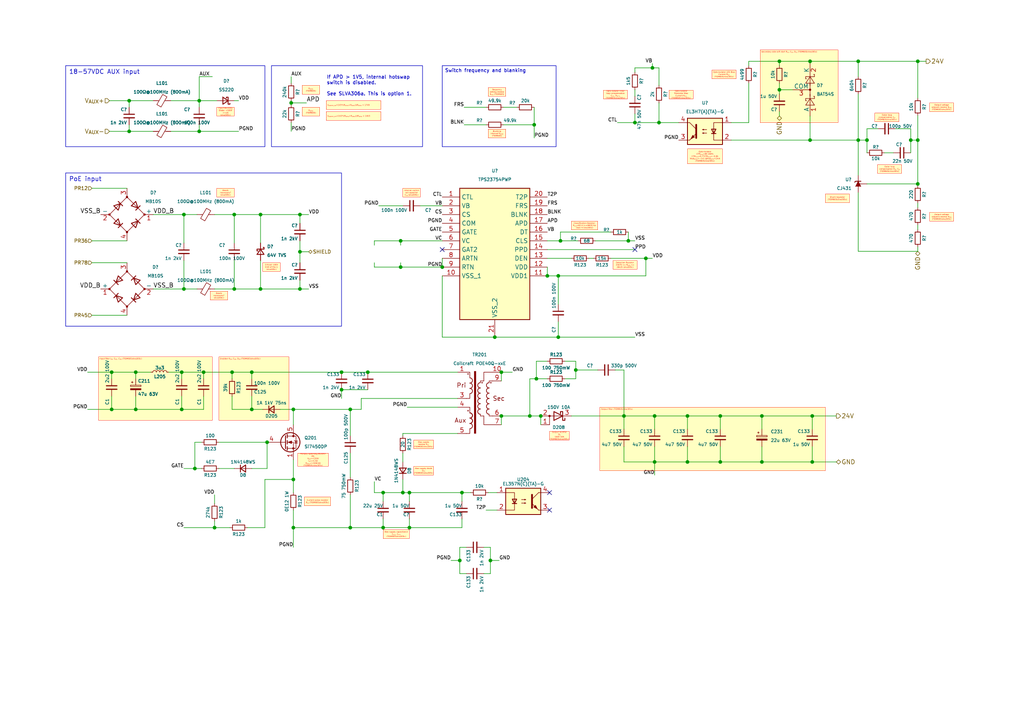
<source format=kicad_sch>
(kicad_sch (version 20230121) (generator eeschema)
  (paper "A4")
  (title_block (date "2023-09-07"))
  (lib_symbols
    (symbol "#IC:Texas Instruments TPS23754PWP"
      (property "Reference" "U" (at 26.67 7.62 0))
      (property "Value" "Texas Instruments TPS23754PWP" (at 26.67 5.08 0))
      (symbol "Texas Instruments TPS23754PWP_1_1"
        (pin passive line (at 0 0 0) (length 5.08) (name "CTL") (number "1"))
        (pin passive line (at 0 -22.86 0) (length 5.08) (name "VSS_1") (number "10"))
        (pin passive line (at 30.48 -22.86 180) (length 5.08) (name "VDD1") (number "11"))
        (pin passive line (at 30.48 -20.32 180) (length 5.08) (name "VDD") (number "12"))
        (pin passive line (at 30.48 -17.78 180) (length 5.08) (name "DEN") (number "13"))
        (pin passive line (at 30.48 -15.24 180) (length 5.08) (name "PPD") (number "14"))
        (pin passive line (at 30.48 -12.7 180) (length 5.08) (name "CLS") (number "15"))
        (pin passive line (at 30.48 -10.16 180) (length 5.08) (name "DT") (number "16"))
        (pin passive line (at 30.48 -7.62 180) (length 5.08) (name "APD") (number "17"))
        (pin passive line (at 30.48 -5.08 180) (length 5.08) (name "BLNK") (number "18"))
        (pin passive line (at 30.48 -2.54 180) (length 5.08) (name "FRS") (number "19"))
        (pin passive line (at 0 -2.54 0) (length 5.08) (name "VB") (number "2"))
        (pin passive line (at 30.48 0 180) (length 5.08) (name "T2P") (number "20"))
        (pin passive line (at 15.24 -40.64 90) (length 5.08) (name "VSS_2") (number "21"))
        (pin passive line (at 0 -5.08 0) (length 5.08) (name "CS") (number "3"))
        (pin passive line (at 0 -7.62 0) (length 5.08) (name "COM") (number "4"))
        (pin passive line (at 0 -10.16 0) (length 5.08) (name "GATE") (number "5"))
        (pin passive line (at 0 -12.7 0) (length 5.08) (name "VC") (number "6"))
        (pin passive line (at 0 -15.24 0) (length 5.08) (name "GAT2") (number "7"))
        (pin passive line (at 0 -17.78 0) (length 5.08) (name "ARTN") (number "8"))
        (pin passive line (at 0 -20.32 0) (length 5.08) (name "RTN") (number "9"))
      )
    )
    (symbol "#Transformer:Coilcraft POE40Q-xxE"
      (property "Reference" "TR" (at 0 8.89 0))
      (property "Value" "Coilcraft POE40Q-xxE" (at 0 -11.43 0))
      (symbol "Coilcraft POE40Q-xxE_1_1"
        (text "Aux" (at -2.54 -6.35 0) (effects (font (size 1.27 1.27)) (justify right)))
        (text "Pri" (at -2.54 3.81 0) (effects (font (size 1.27 1.27)) (justify right)))
        (text "Sec" (at 5.08 0 0) (effects (font (size 1.27 1.27)) (justify left)))
        (pin passive line (at -5.08 7.62 0) (length 2.54) (name "~") (number "1"))
        (pin passive line (at 7.62 7.62 180) (length 2.54) (name "~") (number "10"))
        (pin no_connect line (at 3.81 -13.97 0) (length 2.54) hide (name "~") (number "2"))
        (pin passive line (at -5.08 0 0) (length 2.54) (name "~") (number "3"))
        (pin passive line (at -5.08 -2.54 0) (length 2.54) (name "~") (number "4"))
        (pin passive line (at -5.08 -10.16 0) (length 2.54) (name "~") (number "5"))
        (pin passive line (at 7.62 -5.08 180) (length 2.54) (name "~") (number "6"))
        (pin passive line (at 7.62 -7.62 180) (length 2.54) (name "~") (number "7"))
        (pin no_connect line (at 3.81 -16.51 0) (length 2.54) hide (name "~") (number "8"))
        (pin passive line (at 7.62 5.08 180) (length 2.54) (name "~") (number "9"))
      )
    )
    (symbol "Device:C_Polarized_Small" (pin_numbers hide) (pin_names (offset 0.254) hide)
      (property "Reference" "C" (at 0.254 1.778 0))
      (property "Value" "C_Polarized_Small" (at 0.254 -2.032 0))
      (symbol "C_Polarized_Small_1_1"
        (pin passive line (at 0 2.54 270) (length 1.8542) (name "~") (number "1"))
        (pin passive line (at 0 -2.54 90) (length 1.8542) (name "~") (number "2"))
      )
    )
    (symbol "Device:C_Small" (pin_numbers hide) (pin_names (offset 0.254) hide)
      (property "Reference" "C" (at 0.254 1.778 0))
      (property "Value" "C_Small" (at 0.254 -2.032 0))
      (symbol "C_Small_1_1"
        (pin passive line (at 0 2.54 270) (length 2.032) (name "~") (number "1"))
        (pin passive line (at 0 -2.54 90) (length 2.032) (name "~") (number "2"))
      )
    )
    (symbol "Device:D_Bridge_+-AA" (pin_names (offset 0))
      (property "Reference" "D" (at 2.54 6.985 0))
      (property "Value" "D_Bridge_+-AA" (at 2.54 5.08 0))
      (symbol "D_Bridge_+-AA_1_1"
        (pin passive line (at 7.62 0 180) (length 2.54) (name "+") (number "1"))
        (pin passive line (at -7.62 0 0) (length 2.54) (name "-") (number "2"))
        (pin passive line (at 0 7.62 270) (length 2.54) (name "~") (number "3"))
        (pin passive line (at 0 -7.62 90) (length 2.54) (name "~") (number "4"))
      )
    )
    (symbol "Device:D_Schottky_AAK" (pin_names (offset 0) hide)
      (property "Reference" "D" (at 0 2.54 0))
      (property "Value" "D_Schottky_AAK" (at 0 -2.54 0))
      (symbol "D_Schottky_AAK_1_1"
        (pin passive line (at 5.08 2.54 180) (length 2.54) (name "A") (number "1"))
        (pin passive line (at 5.08 0 180) (length 2.54) (name "A") (number "2"))
        (pin passive line (at -3.81 0 0) (length 2.54) (name "K") (number "3"))
      )
    )
    (symbol "Device:D_Schottky_Small" (pin_numbers hide) (pin_names (offset 0.254) hide)
      (property "Reference" "D" (at -1.27 2.032 0))
      (property "Value" "D_Schottky_Small" (at -7.112 -2.032 0))
      (symbol "D_Schottky_Small_1_1"
        (pin passive line (at -2.54 0 0) (length 1.778) (name "K") (number "1"))
        (pin passive line (at 2.54 0 180) (length 1.778) (name "A") (number "2"))
      )
    )
    (symbol "Device:D_Small" (pin_numbers hide) (pin_names (offset 0.254) hide)
      (property "Reference" "D" (at -1.27 2.032 0))
      (property "Value" "D_Small" (at -3.81 -2.032 0))
      (symbol "D_Small_1_1"
        (pin passive line (at -2.54 0 0) (length 1.778) (name "K") (number "1"))
        (pin passive line (at 2.54 0 180) (length 1.778) (name "A") (number "2"))
      )
    )
    (symbol "Device:FerriteBead_Small" (pin_numbers hide) (pin_names (offset 0))
      (property "Reference" "FB" (at 1.905 1.27 0))
      (property "Value" "FerriteBead_Small" (at 1.905 -1.27 0))
      (symbol "FerriteBead_Small_1_1"
        (pin passive line (at 0 2.54 270) (length 1.27) (name "~") (number "1"))
        (pin passive line (at 0 -2.54 90) (length 1.27) (name "~") (number "2"))
      )
    )
    (symbol "Device:L_Small" (pin_numbers hide) (pin_names (offset 0.254) hide)
      (property "Reference" "L" (at 0.762 1.016 0))
      (property "Value" "L_Small" (at 0.762 -1.016 0))
      (symbol "L_Small_1_1"
        (pin passive line (at 0 2.54 270) (length 0.508) (name "~") (number "1"))
        (pin passive line (at 0 -2.54 90) (length 0.508) (name "~") (number "2"))
      )
    )
    (symbol "Device:R_Small" (pin_numbers hide) (pin_names (offset 0.254) hide)
      (property "Reference" "R" (at 0.762 0.508 0))
      (property "Value" "R_Small" (at 0.762 -1.016 0))
      (symbol "R_Small_1_1"
        (pin passive line (at 0 2.54 270) (length 0.762) (name "~") (number "1"))
        (pin passive line (at 0 -2.54 90) (length 0.762) (name "~") (number "2"))
      )
    )
    (symbol "Diode:BAT54S" (pin_names (offset 0))
      (property "Reference" "D" (at 2.54 -5.08 0))
      (property "Value" "BAT54S" (at -6.35 3.175 0))
      (symbol "BAT54S_1_1"
        (pin passive line (at -7.62 0 0) (length 3.81) (name "A") (number "1"))
        (pin passive line (at 7.62 0 180) (length 3.81) (name "K") (number "2"))
        (pin passive line (at 0 -5.08 90) (length 5.08) (name "COM") (number "3"))
      )
    )
    (symbol "Isolator:FODM217D"
      (property "Reference" "U" (at -5.08 5.08 0))
      (property "Value" "FODM217D" (at 0 5.08 0))
      (symbol "FODM217D_1_1"
        (pin passive line (at -7.62 2.54 0) (length 2.54) (name "~") (number "1"))
        (pin passive line (at -7.62 -2.54 0) (length 2.54) (name "~") (number "2"))
        (pin passive line (at 7.62 -2.54 180) (length 2.54) (name "~") (number "3"))
        (pin passive line (at 7.62 2.54 180) (length 2.54) (name "~") (number "4"))
      )
    )
    (symbol "Isolator:TCMT1107" (pin_names (offset 1.016))
      (property "Reference" "U" (at 0 5.08 0))
      (property "Value" "TCMT1107" (at 0 -5.08 0))
      (symbol "TCMT1107_1_1"
        (pin passive line (at -7.62 2.54 0) (length 2.54) (name "~") (number "1"))
        (pin passive line (at -7.62 -2.54 0) (length 2.54) (name "~") (number "2"))
        (pin passive line (at 7.62 -2.54 180) (length 2.54) (name "~") (number "3"))
        (pin passive line (at 7.62 2.54 180) (length 2.54) (name "~") (number "4"))
      )
    )
    (symbol "Reference_Voltage:CJ432" (pin_numbers hide) (pin_names hide)
      (property "Reference" "U" (at -2.54 2.54 0))
      (property "Value" "CJ432" (at 0 -2.54 0))
      (symbol "CJ432_1_1"
        (pin passive line (at 0 2.54 270) (length 2.54) (name "REF") (number "1"))
        (pin passive line (at 2.54 0 180) (length 1.27) (name "K") (number "2"))
        (pin passive line (at -2.54 0 0) (length 1.27) (name "A") (number "3"))
      )
    )
    (symbol "Transistor_FET:Si7450DP" (pin_names hide)
      (property "Reference" "Q" (at 5.08 1.905 0))
      (property "Value" "Si7450DP" (at 5.08 0 0))
      (symbol "Si7450DP_1_1"
        (pin passive line (at 2.54 -5.08 90) (length 2.54) (name "S") (number "1"))
        (pin passive line (at 2.54 -5.08 90) (length 2.54) hide (name "S") (number "2"))
        (pin passive line (at 2.54 -5.08 90) (length 2.54) hide (name "S") (number "3"))
        (pin input line (at -5.08 0 0) (length 2.54) (name "G") (number "4"))
        (pin passive line (at 2.54 5.08 270) (length 2.54) (name "D") (number "5"))
      )
    )
  )
  (junction (at 37.465 29.21))
  (junction (at 52.705 107.95))
  (junction (at 73.025 107.95))
  (junction (at 226.06 26.035))
  (junction (at 85.09 153.035))
  (junction (at 32.385 107.95))
  (junction (at 52.705 118.745))
  (junction (at 189.23 19.685))
  (junction (at 67.31 107.95))
  (junction (at 77.47 128.27))
  (junction (at 266.192 53.34))
  (junction (at 158.75 80.01))
  (junction (at 39.37 107.95))
  (junction (at 86.995 62.23))
  (junction (at 167.005 107.315))
  (junction (at 251.46 40.64))
  (junction (at 56.515 135.89))
  (junction (at 266.192 40.64))
  (junction (at 189.865 120.65))
  (junction (at 101.6 153.035))
  (junction (at 161.925 97.79))
  (junction (at 57.785 29.21))
  (junction (at 32.385 118.745))
  (junction (at 199.39 133.985))
  (junction (at 39.37 118.745))
  (junction (at 133.985 142.875))
  (junction (at 53.34 83.82))
  (junction (at 234.95 17.78))
  (junction (at 180.975 120.65))
  (junction (at 187.325 74.93))
  (junction (at 220.98 120.65))
  (junction (at 266.192 17.78))
  (junction (at 86.995 73.025))
  (junction (at 182.245 69.85))
  (junction (at 75.565 83.82))
  (junction (at 184.15 35.56))
  (junction (at 155.575 109.855))
  (junction (at 143.51 97.79))
  (junction (at 189.865 133.985))
  (junction (at 128.27 77.47))
  (junction (at 57.785 38.1))
  (junction (at 59.055 107.95))
  (junction (at 154.94 36.195))
  (junction (at 264.16 40.64))
  (junction (at 62.23 153.035))
  (junction (at 162.56 69.85))
  (junction (at 235.585 120.65))
  (junction (at 248.92 17.78))
  (junction (at 53.34 62.23))
  (junction (at 220.98 133.985))
  (junction (at 99.06 113.03))
  (junction (at 85.09 139.065))
  (junction (at 116.205 77.47))
  (junction (at 67.945 62.23))
  (junction (at 116.84 142.875))
  (junction (at 118.745 153.035))
  (junction (at 142.24 162.56))
  (junction (at 235.585 133.985))
  (junction (at 226.06 17.78))
  (junction (at 111.125 142.875))
  (junction (at 101.6 118.745))
  (junction (at 99.06 107.95))
  (junction (at 84.455 29.845))
  (junction (at 145.415 120.65))
  (junction (at 145.415 107.95))
  (junction (at 73.025 118.745))
  (junction (at 85.09 118.745))
  (junction (at 161.925 80.01))
  (junction (at 208.915 120.65))
  (junction (at 156.845 120.65))
  (junction (at 118.745 142.875))
  (junction (at 208.915 133.985))
  (junction (at 199.39 120.65))
  (junction (at 67.945 83.82))
  (junction (at 111.125 153.035))
  (junction (at 75.565 62.23))
  (junction (at 106.68 107.95))
  (junction (at 153.67 120.65))
  (junction (at 248.92 40.64))
  (junction (at 133.35 162.56))
  (junction (at 37.465 38.1))
  (junction (at 191.135 35.56))
  (junction (at 234.95 40.64))
  (junction (at 116.205 69.85))
  (junction (at 86.995 83.82))
  (no_connect (at 159.385 147.955))
  (no_connect (at 128.27 72.39))
  (no_connect (at 184.15 72.39))
  (no_connect (at 159.385 142.875))
  (wire (pts (xy 52.705 114.935) (xy 52.705 118.745)))
  (wire (pts (xy 235.585 120.65) (xy 242.57 120.65)))
  (wire (pts (xy 180.975 129.54) (xy 180.975 133.985)))
  (wire (pts (xy 199.39 124.46) (xy 199.39 120.65)))
  (wire (pts (xy 116.205 71.12) (xy 116.205 69.85)))
  (wire (pts (xy 248.92 40.64) (xy 251.46 40.64)))
  (wire (pts (xy 191.135 35.56) (xy 196.85 35.56)))
  (wire (pts (xy 266.192 40.64) (xy 266.192 53.34)))
  (wire (pts (xy 62.23 153.035) (xy 66.675 153.035)))
  (wire (pts (xy 189.865 124.46) (xy 189.865 120.65)))
  (wire (pts (xy 53.34 70.485) (xy 53.34 62.23)))
  (wire (pts (xy 220.98 129.54) (xy 220.98 133.985)))
  (wire (pts (xy 85.09 118.745) (xy 101.6 118.745)))
  (wire (pts (xy 153.67 120.65) (xy 156.845 120.65)))
  (wire (pts (xy 73.025 107.95) (xy 67.31 107.95)))
  (wire (pts (xy 226.06 17.78) (xy 234.95 17.78)))
  (wire (pts (xy 145.415 120.65) (xy 145.415 123.19)))
  (wire (pts (xy 162.56 69.85) (xy 167.64 69.85)))
  (wire (pts (xy 266.192 65.278) (xy 266.192 66.548)))
  (wire (pts (xy 217.17 35.56) (xy 212.09 35.56)))
  (wire (pts (xy 53.34 75.565) (xy 53.34 83.82)))
  (wire (pts (xy 155.575 104.775) (xy 158.75 104.775)))
  (wire (pts (xy 121.92 59.69) (xy 128.27 59.69)))
  (wire (pts (xy 229.87 26.035) (xy 226.06 26.035)))
  (wire (pts (xy 69.215 29.21) (xy 67.945 29.21)))
  (wire (pts (xy 58.42 128.27) (xy 56.515 128.27)))
  (wire (pts (xy 106.68 107.95) (xy 132.715 107.95)))
  (wire (pts (xy 266.192 71.628) (xy 266.192 72.898)))
  (wire (pts (xy 101.6 153.035) (xy 85.09 153.035)))
  (wire (pts (xy 52.705 118.745) (xy 39.37 118.745)))
  (wire (pts (xy 62.23 143.51) (xy 62.23 146.05)))
  (wire (pts (xy 163.83 109.855) (xy 167.005 109.855)))
  (wire (pts (xy 37.465 31.115) (xy 37.465 29.21)))
  (wire (pts (xy 116.205 76.2) (xy 116.205 77.47)))
  (wire (pts (xy 234.95 18.415) (xy 234.95 17.78)))
  (wire (pts (xy 118.745 153.035) (xy 111.125 153.035)))
  (wire (pts (xy 76.835 153.035) (xy 76.835 139.065)))
  (wire (pts (xy 32.385 107.95) (xy 39.37 107.95)))
  (wire (pts (xy 189.23 18.415) (xy 189.23 19.685)))
  (wire (pts (xy 170.815 74.93) (xy 172.085 74.93)))
  (wire (pts (xy 63.5 128.27) (xy 77.47 128.27)))
  (wire (pts (xy 187.325 74.93) (xy 187.325 80.01)))
  (wire (pts (xy 76.835 139.065) (xy 85.09 139.065)))
  (wire (pts (xy 108.585 76.2) (xy 108.585 77.47)))
  (wire (pts (xy 248.92 50.8) (xy 248.92 40.64)))
  (wire (pts (xy 67.31 114.935) (xy 67.31 118.745)))
  (wire (pts (xy 264.16 37.338) (xy 264.16 40.64)))
  (wire (pts (xy 266.192 72.898) (xy 248.92 72.898)))
  (wire (pts (xy 184.15 19.685) (xy 189.23 19.685)))
  (wire (pts (xy 161.925 93.345) (xy 161.925 97.79)))
  (wire (pts (xy 133.985 142.875) (xy 133.985 145.415)))
  (wire (pts (xy 118.745 142.875) (xy 133.985 142.875)))
  (wire (pts (xy 217.17 17.78) (xy 217.17 19.05)))
  (wire (pts (xy 133.35 162.56) (xy 133.35 158.75)))
  (wire (pts (xy 39.37 114.935) (xy 39.37 118.745)))
  (wire (pts (xy 99.06 107.95) (xy 106.68 107.95)))
  (wire (pts (xy 75.565 62.23) (xy 75.565 70.485)))
  (wire (pts (xy 248.92 17.78) (xy 266.192 17.78)))
  (wire (pts (xy 73.025 118.745) (xy 76.2 118.745)))
  (wire (pts (xy 37.465 38.1) (xy 37.465 36.195)))
  (wire (pts (xy 118.745 150.495) (xy 118.745 153.035)))
  (wire (pts (xy 172.72 69.85) (xy 182.245 69.85)))
  (wire (pts (xy 165.735 120.65) (xy 180.975 120.65)))
  (wire (pts (xy 37.465 38.1) (xy 44.45 38.1)))
  (wire (pts (xy 266.192 28.448) (xy 266.192 17.78)))
  (wire (pts (xy 161.925 97.79) (xy 184.15 97.79)))
  (wire (pts (xy 167.005 107.315) (xy 173.355 107.315)))
  (wire (pts (xy 48.895 107.95) (xy 52.705 107.95)))
  (wire (pts (xy 161.925 80.01) (xy 158.75 80.01)))
  (wire (pts (xy 59.055 118.745) (xy 52.705 118.745)))
  (wire (pts (xy 156.845 120.65) (xy 156.845 123.19)))
  (wire (pts (xy 217.17 24.13) (xy 217.17 35.56)))
  (wire (pts (xy 184.15 72.39) (xy 158.75 72.39)))
  (wire (pts (xy 180.975 124.46) (xy 180.975 120.65)))
  (wire (pts (xy 248.92 27.305) (xy 248.92 40.64)))
  (wire (pts (xy 187.325 74.93) (xy 189.23 74.93)))
  (wire (pts (xy 140.97 147.955) (xy 144.145 147.955)))
  (wire (pts (xy 85.09 153.035) (xy 85.09 158.75)))
  (wire (pts (xy 177.165 67.31) (xy 162.56 67.31)))
  (wire (pts (xy 184.15 35.56) (xy 191.135 35.56)))
  (wire (pts (xy 116.84 125.73) (xy 116.84 126.365)))
  (wire (pts (xy 31.75 29.21) (xy 37.465 29.21)))
  (wire (pts (xy 109.855 59.69) (xy 116.84 59.69)))
  (wire (pts (xy 67.945 62.23) (xy 67.945 70.485)))
  (wire (pts (xy 26.67 54.61) (xy 36.83 54.61)))
  (wire (pts (xy 251.46 53.34) (xy 266.192 53.34)))
  (wire (pts (xy 146.05 36.195) (xy 154.94 36.195)))
  (wire (pts (xy 71.755 153.035) (xy 76.835 153.035)))
  (wire (pts (xy 182.245 69.85) (xy 182.245 67.31)))
  (wire (pts (xy 140.335 158.75) (xy 142.24 158.75)))
  (wire (pts (xy 266.192 58.928) (xy 266.192 60.198)))
  (wire (pts (xy 234.95 40.64) (xy 248.92 40.64)))
  (wire (pts (xy 167.005 104.775) (xy 167.005 107.315)))
  (wire (pts (xy 248.92 72.898) (xy 248.92 55.88)))
  (wire (pts (xy 31.75 38.1) (xy 37.465 38.1)))
  (wire (pts (xy 134.62 36.195) (xy 140.97 36.195)))
  (wire (pts (xy 39.37 109.855) (xy 39.37 107.95)))
  (wire (pts (xy 57.785 38.1) (xy 69.215 38.1)))
  (wire (pts (xy 49.53 38.1) (xy 57.785 38.1)))
  (wire (pts (xy 158.75 77.47) (xy 158.75 80.01)))
  (wire (pts (xy 25.4 118.745) (xy 32.385 118.745)))
  (wire (pts (xy 86.995 83.82) (xy 89.535 83.82)))
  (wire (pts (xy 67.945 83.82) (xy 75.565 83.82)))
  (wire (pts (xy 53.34 62.23) (xy 57.15 62.23)))
  (wire (pts (xy 158.75 69.85) (xy 162.56 69.85)))
  (wire (pts (xy 101.6 118.745) (xy 104.775 118.745)))
  (wire (pts (xy 248.92 17.78) (xy 234.95 17.78)))
  (wire (pts (xy 86.995 73.025) (xy 86.995 76.2)))
  (wire (pts (xy 208.915 124.46) (xy 208.915 120.65)))
  (wire (pts (xy 128.27 97.79) (xy 143.51 97.79)))
  (wire (pts (xy 73.025 118.745) (xy 73.025 114.935)))
  (wire (pts (xy 208.915 133.985) (xy 199.39 133.985)))
  (wire (pts (xy 266.192 17.78) (xy 268.605 17.78)))
  (wire (pts (xy 116.84 139.065) (xy 116.84 142.875)))
  (wire (pts (xy 73.025 107.95) (xy 99.06 107.95)))
  (wire (pts (xy 235.585 124.46) (xy 235.585 120.65)))
  (wire (pts (xy 108.585 77.47) (xy 116.205 77.47)))
  (wire (pts (xy 189.865 133.985) (xy 189.865 137.795)))
  (wire (pts (xy 75.565 62.23) (xy 86.995 62.23)))
  (wire (pts (xy 259.715 37.338) (xy 264.16 37.338)))
  (wire (pts (xy 128.27 74.93) (xy 128.27 77.47)))
  (wire (pts (xy 212.09 40.64) (xy 234.95 40.64)))
  (wire (pts (xy 52.705 107.95) (xy 52.705 109.855)))
  (wire (pts (xy 86.995 64.77) (xy 86.995 62.23)))
  (wire (pts (xy 25.4 107.95) (xy 32.385 107.95)))
  (wire (pts (xy 179.07 35.56) (xy 184.15 35.56)))
  (wire (pts (xy 248.92 22.225) (xy 248.92 17.78)))
  (wire (pts (xy 184.15 33.02) (xy 184.15 35.56)))
  (wire (pts (xy 53.34 83.82) (xy 57.15 83.82)))
  (wire (pts (xy 116.84 125.73) (xy 132.715 125.73)))
  (wire (pts (xy 111.125 150.495) (xy 111.125 153.035)))
  (wire (pts (xy 67.31 107.95) (xy 67.31 109.855)))
  (wire (pts (xy 184.15 20.955) (xy 184.15 19.685)))
  (wire (pts (xy 116.84 131.445) (xy 116.84 133.985)))
  (wire (pts (xy 57.785 31.115) (xy 57.785 29.21)))
  (wire (pts (xy 266.192 53.34) (xy 266.192 53.848)))
  (wire (pts (xy 189.23 19.685) (xy 191.135 19.685)))
  (wire (pts (xy 62.23 83.82) (xy 67.945 83.82)))
  (wire (pts (xy 180.975 107.315) (xy 178.435 107.315)))
  (wire (pts (xy 184.15 26.035) (xy 184.15 27.94)))
  (wire (pts (xy 67.31 107.95) (xy 59.055 107.95)))
  (wire (pts (xy 180.975 120.65) (xy 180.975 107.315)))
  (wire (pts (xy 32.385 118.745) (xy 39.37 118.745)))
  (wire (pts (xy 101.6 131.445) (xy 101.6 138.43)))
  (wire (pts (xy 167.005 107.315) (xy 167.005 109.855)))
  (wire (pts (xy 26.67 76.2) (xy 36.83 76.2)))
  (wire (pts (xy 108.585 69.85) (xy 116.205 69.85)))
  (wire (pts (xy 135.255 166.37) (xy 133.35 166.37)))
  (wire (pts (xy 251.46 40.64) (xy 251.46 37.338)))
  (wire (pts (xy 256.54 44.323) (xy 259.08 44.323)))
  (wire (pts (xy 101.6 143.51) (xy 101.6 153.035)))
  (wire (pts (xy 75.565 75.565) (xy 75.565 83.82)))
  (wire (pts (xy 153.67 109.855) (xy 155.575 109.855)))
  (wire (pts (xy 86.995 81.28) (xy 86.995 83.82)))
  (wire (pts (xy 85.09 118.745) (xy 81.28 118.745)))
  (wire (pts (xy 67.31 118.745) (xy 73.025 118.745)))
  (wire (pts (xy 146.05 31.115) (xy 149.86 31.115)))
  (wire (pts (xy 220.98 120.65) (xy 208.915 120.65)))
  (wire (pts (xy 32.385 107.95) (xy 32.385 109.855)))
  (wire (pts (xy 85.09 147.955) (xy 85.09 153.035)))
  (wire (pts (xy 84.455 22.225) (xy 84.455 24.13)))
  (wire (pts (xy 132.715 118.11) (xy 118.11 118.11)))
  (wire (pts (xy 154.94 36.195) (xy 154.94 40.005)))
  (wire (pts (xy 133.35 158.75) (xy 135.255 158.75)))
  (wire (pts (xy 86.995 62.23) (xy 89.535 62.23)))
  (wire (pts (xy 111.125 153.035) (xy 101.6 153.035)))
  (wire (pts (xy 145.415 107.95) (xy 148.59 107.95)))
  (wire (pts (xy 26.67 91.44) (xy 36.83 91.44)))
  (wire (pts (xy 217.17 17.78) (xy 226.06 17.78)))
  (wire (pts (xy 111.125 142.875) (xy 111.125 145.415)))
  (wire (pts (xy 128.27 80.01) (xy 128.27 97.79)))
  (wire (pts (xy 84.455 29.845) (xy 84.455 30.48)))
  (wire (pts (xy 108.585 71.12) (xy 108.585 69.85)))
  (wire (pts (xy 130.81 162.56) (xy 133.35 162.56)))
  (wire (pts (xy 142.24 158.75) (xy 142.24 162.56)))
  (wire (pts (xy 226.06 33.655) (xy 226.06 32.385)))
  (wire (pts (xy 234.95 40.64) (xy 234.95 33.655)))
  (wire (pts (xy 235.585 133.985) (xy 242.57 133.985)))
  (wire (pts (xy 132.715 115.57) (xy 104.775 115.57)))
  (wire (pts (xy 189.865 133.985) (xy 180.975 133.985)))
  (wire (pts (xy 220.98 133.985) (xy 208.915 133.985)))
  (wire (pts (xy 251.46 44.323) (xy 251.46 40.64)))
  (wire (pts (xy 57.785 29.21) (xy 62.865 29.21)))
  (wire (pts (xy 49.53 29.21) (xy 57.785 29.21)))
  (wire (pts (xy 56.515 128.27) (xy 56.515 135.89)))
  (wire (pts (xy 77.47 135.89) (xy 77.47 128.27)))
  (wire (pts (xy 99.06 113.03) (xy 106.68 113.03)))
  (wire (pts (xy 67.945 62.23) (xy 75.565 62.23)))
  (wire (pts (xy 226.06 19.05) (xy 226.06 17.78)))
  (wire (pts (xy 161.925 80.01) (xy 187.325 80.01)))
  (wire (pts (xy 142.24 162.56) (xy 144.78 162.56)))
  (wire (pts (xy 62.23 62.23) (xy 67.945 62.23)))
  (wire (pts (xy 235.585 133.985) (xy 220.98 133.985)))
  (wire (pts (xy 161.925 88.265) (xy 161.925 80.01)))
  (wire (pts (xy 116.205 77.47) (xy 128.27 77.47)))
  (wire (pts (xy 162.56 67.31) (xy 162.56 69.85)))
  (wire (pts (xy 59.055 109.855) (xy 59.055 107.95)))
  (wire (pts (xy 158.75 109.855) (xy 155.575 109.855)))
  (wire (pts (xy 235.585 120.65) (xy 220.98 120.65)))
  (wire (pts (xy 86.995 73.025) (xy 89.535 73.025)))
  (wire (pts (xy 85.09 123.19) (xy 85.09 118.745)))
  (wire (pts (xy 189.865 129.54) (xy 189.865 133.985)))
  (wire (pts (xy 62.23 151.13) (xy 62.23 153.035)))
  (wire (pts (xy 53.34 83.82) (xy 44.45 83.82)))
  (wire (pts (xy 118.745 142.875) (xy 118.745 145.415)))
  (wire (pts (xy 99.06 113.03) (xy 99.06 115.57)))
  (wire (pts (xy 220.98 124.46) (xy 220.98 120.65)))
  (wire (pts (xy 133.35 166.37) (xy 133.35 162.56)))
  (wire (pts (xy 118.745 142.875) (xy 116.84 142.875)))
  (wire (pts (xy 226.06 26.035) (xy 226.06 27.305)))
  (wire (pts (xy 32.385 118.745) (xy 32.385 114.935)))
  (wire (pts (xy 84.455 29.845) (xy 88.9 29.845)))
  (wire (pts (xy 111.125 142.875) (xy 116.84 142.875)))
  (wire (pts (xy 266.192 33.528) (xy 266.192 40.64)))
  (wire (pts (xy 67.945 75.565) (xy 67.945 83.82)))
  (wire (pts (xy 85.09 139.065) (xy 85.09 142.875)))
  (wire (pts (xy 57.785 22.225) (xy 57.785 29.21)))
  (wire (pts (xy 56.515 135.89) (xy 58.42 135.89)))
  (wire (pts (xy 180.975 120.65) (xy 189.865 120.65)))
  (wire (pts (xy 177.165 74.93) (xy 187.325 74.93)))
  (wire (pts (xy 57.785 36.195) (xy 57.785 38.1)))
  (wire (pts (xy 86.995 69.85) (xy 86.995 73.025)))
  (wire (pts (xy 59.055 114.935) (xy 59.055 118.745)))
  (wire (pts (xy 59.055 107.95) (xy 52.705 107.95)))
  (wire (pts (xy 251.46 37.338) (xy 254.635 37.338)))
  (wire (pts (xy 145.415 107.95) (xy 145.415 110.49)))
  (wire (pts (xy 133.985 142.875) (xy 136.525 142.875)))
  (wire (pts (xy 73.025 109.855) (xy 73.025 107.95)))
  (wire (pts (xy 163.83 104.775) (xy 167.005 104.775)))
  (wire (pts (xy 133.985 150.495) (xy 133.985 153.035)))
  (wire (pts (xy 116.205 69.85) (xy 128.27 69.85)))
  (wire (pts (xy 73.025 135.89) (xy 77.47 135.89)))
  (wire (pts (xy 53.34 135.89) (xy 56.515 135.89)))
  (wire (pts (xy 26.67 69.85) (xy 36.83 69.85)))
  (wire (pts (xy 155.575 109.855) (xy 155.575 104.775)))
  (wire (pts (xy 161.925 97.79) (xy 143.51 97.79)))
  (wire (pts (xy 191.135 24.765) (xy 191.135 19.685)))
  (wire (pts (xy 145.415 120.65) (xy 153.67 120.65)))
  (wire (pts (xy 266.192 17.653) (xy 266.192 17.78)))
  (wire (pts (xy 182.245 69.85) (xy 184.15 69.85)))
  (wire (pts (xy 208.915 120.65) (xy 199.39 120.65)))
  (wire (pts (xy 199.39 129.54) (xy 199.39 133.985)))
  (wire (pts (xy 153.67 120.65) (xy 153.67 109.855)))
  (wire (pts (xy 84.455 35.56) (xy 84.455 38.1)))
  (wire (pts (xy 158.75 74.93) (xy 165.735 74.93)))
  (wire (pts (xy 142.24 162.56) (xy 142.24 166.37)))
  (wire (pts (xy 85.09 139.065) (xy 85.09 133.35)))
  (wire (pts (xy 108.585 139.7) (xy 108.585 142.875)))
  (wire (pts (xy 53.34 153.035) (xy 62.23 153.035)))
  (wire (pts (xy 142.24 166.37) (xy 140.335 166.37)))
  (wire (pts (xy 199.39 120.65) (xy 189.865 120.65)))
  (wire (pts (xy 63.5 135.89) (xy 67.945 135.89)))
  (wire (pts (xy 235.585 129.54) (xy 235.585 133.985)))
  (wire (pts (xy 189.865 133.985) (xy 199.39 133.985)))
  (wire (pts (xy 141.605 142.875) (xy 144.145 142.875)))
  (wire (pts (xy 264.16 44.323) (xy 264.16 40.64)))
  (wire (pts (xy 84.455 29.21) (xy 84.455 29.845)))
  (wire (pts (xy 191.135 29.845) (xy 191.135 35.56)))
  (wire (pts (xy 134.62 31.115) (xy 140.97 31.115)))
  (wire (pts (xy 226.06 24.13) (xy 226.06 26.035)))
  (wire (pts (xy 37.465 29.21) (xy 44.45 29.21)))
  (wire (pts (xy 154.94 31.115) (xy 154.94 36.195)))
  (wire (pts (xy 75.565 83.82) (xy 86.995 83.82)))
  (wire (pts (xy 208.915 129.54) (xy 208.915 133.985)))
  (wire (pts (xy 108.585 142.875) (xy 111.125 142.875)))
  (wire (pts (xy 101.6 118.745) (xy 101.6 126.365)))
  (wire (pts (xy 264.16 40.64) (xy 266.192 40.64)))
  (wire (pts (xy 104.775 115.57) (xy 104.775 118.745)))
  (wire (pts (xy 39.37 107.95) (xy 43.815 107.95)))
  (wire (pts (xy 133.985 153.035) (xy 118.745 153.035)))
  (wire (pts (xy 57.785 22.225) (xy 61.595 22.225)))
  (wire (pts (xy 53.34 62.23) (xy 44.45 62.23)))
  (text_box "" (at 78.74 19.05 0) (size 43.815 23.495) (effects (font (size 1.27 1.27)) (justify left top)))
  (text_box "Output filter (TIDM605/slva305c)" (at 173.99 118.11 0) (size 65.405 18.415) (stroke (width 0.01) (color 255 0 0 1)) (fill (type color) (color 255 255 194 1)) (effects (font (size 0.4 0.4)) (justify left top)))
  (text_box "18-57VDC AUX input" (at 19.05 19.05 0) (size 57.785 23.495) (effects (font (size 1.27 1.27)) (justify left top)))
  (text_box "Bias supply diode D_{VC} (TIDM605/slva305c)" (at 120.015 135.255 0) (size 5.715 2.54) (stroke (width 0.01) (color 255 0 0 1)) (fill (type color) (color 255 255 194 1)) (effects (font (size 0.4 0.4))))
  (text_box "Requency setting resistor R_{FRS} (TIDM605)" (at 141.605 25.4 0) (size 5.08 2.54) (stroke (width 0.01) (color 255 0 0 1)) (fill (type color) (color 255 255 194 1)) (effects (font (size 0.4 0.4))))
  (text_box "V_{ADAPTR_ON}=1V5*((R_{APD1}+R_{APD2}))/R_{APD2} = 17V9" (at 94.615 29.21 0) (size 15.875 2.54) (stroke (width 0.01) (color 255 0 0 1)) (fill (type color) (color 255 255 194 1)) (effects (font (size 0.4 0.4)) (justify left)))
  (text_box "Opto-Isolator inner loop compensation C_{CTL}, R_{ZCTL} (TIDM605/slva305c)" (at 175.006 26.162 0) (size 6.985 2.54) (stroke (width 0.01) (color 255 0 0 1)) (fill (type color) (color 255 255 194 1)) (effects (font (size 0.4 0.4))))
  (text_box "Opto-Isolator Transistor Bias Current R_{CTL} (TIDM605/slva305c)" (at 194.056 26.162 0) (size 6.985 2.54) (stroke (width 0.01) (color 255 0 0 1)) (fill (type color) (color 255 255 194 1)) (effects (font (size 0.4 0.4))))
  (text_box "Detection Resistor: 23k75 <= R_{DEN} <= 26k25 (slva305c)" (at 177.8 75.565 0) (size 6.985 2.54) (stroke (width 0.01) (color 255 0 0 1)) (fill (type color) (color 255 255 194 1)) (effects (font (size 0.4 0.4))))
  (text_box "Bias supply resistor R_{VC} (TIDM605/slva305c)" (at 120.015 127.635 0) (size 5.715 2.54) (stroke (width 0.01) (color 255 0 0 1)) (fill (type color) (color 255 255 194 1)) (effects (font (size 0.4 0.4))))
  (text_box "Input Blocking Diode. >100V >=1A (slva305c)" (at 62.865 31.115 0) (size 5.08 2.54) (stroke (width 0.01) (color 255 0 0 1)) (fill (type color) (color 255 255 194 1)) (effects (font (size 0.4 0.4))))
  (text_box "Classification Resistor: R_{CLS}=63.4 (>=0603) for class 4 (slva305c)" (at 165.735 64.135 0) (size 7.62 2.54) (stroke (width 0.01) (color 255 0 0 1)) (fill (type color) (color 255 255 194 1)) (effects (font (size 0.4 0.4))))
  (text_box "Internal control rail capacitor C_{VB} (slva305c)" (at 116.84 54.61 0) (size 5.08 2.54) (stroke (width 0.01) (color 255 0 0 1)) (fill (type color) (color 255 255 194 1)) (effects (font (size 0.4 0.4))))
  (text_box "Input filter L_{IN}, C_{IN1}, C_{IN2} (TIDM605/slva305c)" (at 28.575 103.505 0) (size 33.02 18.415) (stroke (width 0.01) (color 255 0 0 1)) (fill (type color) (color 255 255 194 1)) (effects (font (size 0.4 0.4)) (justify left top)))
  (text_box "Current sense resistor R_{CS} (TIDM605/slva305c)" (at 88.265 144.145 0) (size 7.62 2.54) (stroke (width 0.01) (color 255 0 0 1)) (fill (type color) (color 255 255 194 1)) (effects (font (size 0.4 0.4))))
  (text_box "Primary switching MOSFET M1\nV_{DS}>=150V\nI_{D}=>1.5A\nR_{DSon}<=500mΩ\n(TIDM605/slva305c)" (at 86.36 131.445 0) (size 8.89 3.81) (stroke (width 0.01) (color 255 0 0 1)) (fill (type color) (color 255 255 194 1)) (effects (font (size 0.4 0.4))))
  (text_box "Bias supply capacitance C_{VC1}, C_{VC2} (TIDM605/slva305c)" (at 111.125 153.67 0) (size 7.62 2.54) (stroke (width 0.01) (color 255 0 0 1)) (fill (type color) (color 255 255 194 1)) (effects (font (size 0.4 0.4))))
  (text_box "If APD > 1V5, internal hotswap switch is disabled.\n\nSee SLVA306a. This is option 1." (at 93.98 20.955 0) (size 27.94 7.62) (stroke (width -0.0001)) (effects (font (size 1 1)) (justify left top)))
  (text_box "R_{APD2} (TIDM605)" (at 87.63 31.115 0) (size 5.08 2.54) (stroke (width 0.01) (color 255 0 0 1)) (fill (type color) (color 255 255 194 1)) (effects (font (size 0.4 0.4))))
  (text_box "Blanking interval R_{BLNK} (TIDM605)" (at 141.605 37.465 0) (size 5.08 2.54) (stroke (width 0.01) (color 255 0 0 1)) (fill (type color) (color 255 255 194 1)) (effects (font (size 0.4 0.4))))
  (text_box "Beads necessary? (slva305c)" (at 62.865 54.61 0) (size 5.08 2.54) (stroke (width 0.01) (color 255 0 0 1)) (fill (type color) (color 255 255 194 1)) (effects (font (size 0.4 0.4))))
  (text_box "Output rectifier D_{S}\n150V 10A\n(TIDM605/slva305c)" (at 159.385 125.095 0) (size 5.715 2.54) (stroke (width 0.01) (color 255 0 0 1)) (fill (type color) (color 255 255 194 1)) (effects (font (size 0.4 0.4))))
  (text_box "Outer loop compensation C_{IP} (TIDM605/slva305c)" (at 253.746 32.766 0) (size 6.985 2.54) (stroke (width 0.01) (color 255 0 0 1)) (fill (type color) (color 255 255 194 1)) (effects (font (size 0.4 0.4))))
  (text_box "Opto-Isolator LED Bias Current R_{OB} (TIDM605/slva305c)" (at 206.502 20.32 0) (size 6.985 2.54) (stroke (width 0.01) (color 255 0 0 1)) (fill (type color) (color 255 255 194 1)) (effects (font (size 0.4 0.4))))
  (text_box "Beads necessary? (slva305c)" (at 60.96 84.455 0) (size 5.08 2.54) (stroke (width 0.01) (color 255 0 0 1)) (fill (type color) (color 255 255 194 1)) (effects (font (size 0.4 0.4))))
  (text_box "Output voltage setpoint resistor R_{FBU} (TIDM605/slva305c)" (at 269.621 29.845 0) (size 6.985 2.54) (stroke (width 0.01) (color 255 0 0 1)) (fill (type color) (color 255 255 194 1)) (effects (font (size 0.4 0.4))))
  (text_box "Switch frequency and blanking" (at 128.27 19.05 0) (size 33.02 23.495) (effects (font (size 1 1)) (justify left top)))
  (text_box "Opto-Isolator\nCTR_{5mA}=80-160%\nCTR_{2mA}=0.7*CTR_{5mA}=~0.85\nVled_{OPTO}=~1V1 @Iled_{OPTO}=2mA\n(TIDM605/slva305c)" (at 199.39 43.18 0) (size 10.16 4.318) (stroke (width 0.01) (color 255 0 0 1)) (fill (type color) (color 255 255 194 1)) (effects (font (size 0.4 0.4))))
  (text_box "Critical! 100V limit of the ic (slva305c)" (at 76.2 76.2 0) (size 5.08 2.54) (stroke (width 0.01) (color 255 0 0 1)) (fill (type color) (color 255 255 194 1)) (effects (font (size 0.4 0.4))))
  (text_box "Outer loop compensation R_{IZ}, C_{IZ} (TIDM605/slva305c)" (at 254.508 47.752 0) (size 6.985 2.54) (stroke (width 0.01) (color 255 0 0 1)) (fill (type color) (color 255 255 194 1)) (effects (font (size 0.4 0.4))))
  (text_box "V_{ADAPTR_OFF}=1V2*((R_{APD1}+R_{APD2}))/R_{APD2} = 14V3" (at 94.615 32.385 0) (size 15.875 2.54) (stroke (width 0.01) (color 255 0 0 1)) (fill (type color) (color 255 255 194 1)) (effects (font (size 0.4 0.4)) (justify left)))
  (text_box "PoE input" (at 19.05 50.165 0) (size 80.01 44.45) (effects (font (size 1.27 1.27)) (justify left top)))
  (text_box "Snubber R_{SN}, C_{SN}, D_{SN} (TIDM605/slva305c)" (at 63.5 103.505 0) (size 20.32 18.415) (stroke (width 0.01) (color 255 0 0 1)) (fill (type color) (color 255 255 194 1)) (effects (font (size 0.4 0.4)) (justify left top)))
  (text_box "Shunt regulator (TIDM605/slva305c)" (at 239.395 56.261 0) (size 6.985 2.54) (stroke (width 0.01) (color 255 0 0 1)) (fill (type color) (color 255 255 194 1)) (effects (font (size 0.4 0.4))))
  (text_box "R_{APD1} (TIDM605)" (at 87.63 24.765 0) (size 5.08 2.54) (stroke (width 0.01) (color 255 0 0 1)) (fill (type color) (color 255 255 194 1)) (effects (font (size 0.4 0.4))))
  (text_box "Secondary side soft start R_{SS}, C_{SS}, D_{SS} (TIDM605/slva305c)" (at 220.472 14.478 0) (size 22.606 21.082) (stroke (width 0.01) (color 255 0 0 1)) (fill (type color) (color 255 255 194 1)) (effects (font (size 0.4 0.4)) (justify left top)))
  (text_box "Output voltage setpoint resistor R_{FBL} (TIDM605/slva305c)" (at 269.621 61.595 0) (size 6.985 2.54) (stroke (width 0.01) (color 255 0 0 1)) (fill (type color) (color 255 255 194 1)) (effects (font (size 0.4 0.4))))
  (label "PGND" (at 128.27 77.47 180) (effects (font (size 1 1))))
  (label "PGND" (at 69.215 38.1 0) (effects (font (size 1 1))))
  (label "T2P" (at 140.97 147.955 180) (effects (font (size 1 1))))
  (label "VSS" (at 184.15 69.85 0) (effects (font (size 1 1))))
  (label "CS" (at 128.27 62.23 180) (effects (font (size 1 1))))
  (label "VSS" (at 184.15 97.79 0) (effects (font (size 1 1))))
  (label "PGND" (at 118.11 118.11 180) (effects (font (size 1 1))))
  (label "PGND" (at 84.455 38.1 0) (effects (font (size 1 1))))
  (label "T2P" (at 158.75 57.15 0) (effects (font (size 1 1))))
  (label "CS" (at 53.34 153.035 180) (effects (font (size 1 1))))
  (label "VDD_B" (at 29.21 83.82 180))
  (label "CTL" (at 179.07 35.56 180) (effects (font (size 1 1))))
  (label "GND" (at 148.59 107.95 0) (effects (font (size 1 1))))
  (label "VDD" (at 25.4 107.95 180) (effects (font (size 1 1))))
  (label "GATE" (at 128.27 67.31 180) (effects (font (size 1 1))))
  (label "PGND" (at 109.855 59.69 180) (effects (font (size 1 1))))
  (label "FRS" (at 134.62 31.115 180) (effects (font (size 1 1))))
  (label "PGND" (at 128.27 64.77 180) (effects (font (size 1 1))))
  (label "PGND" (at 196.85 40.64 180) (effects (font (size 1 1))))
  (label "GND" (at 189.865 137.795 180) (effects (font (size 1 1))))
  (label "PGND" (at 154.94 40.005 0) (effects (font (size 1 1))))
  (label "PGND" (at 130.81 162.56 180) (effects (font (size 1 1))))
  (label "BLNK" (at 134.62 36.195 180) (effects (font (size 1 1))))
  (label "VDD" (at 189.23 74.93 0) (effects (font (size 1 1))))
  (label "GND" (at 144.78 162.56 0) (effects (font (size 1 1))))
  (label "VSS_B" (at 29.21 62.23 180))
  (label "VSS_B" (at 44.45 83.82 0))
  (label "APD" (at 88.9 29.845 0))
  (label "VDD_B" (at 44.45 62.23 0))
  (label "VSS" (at 89.535 83.82 0) (effects (font (size 1 1))))
  (label "FRS" (at 158.75 59.69 0) (effects (font (size 1 1))))
  (label "VC" (at 108.585 139.7 0) (effects (font (size 1 1))))
  (label "VB" (at 128.27 59.69 180) (effects (font (size 1 1))))
  (label "VB" (at 189.23 18.415 180) (effects (font (size 1 1))))
  (label "VDD" (at 69.215 29.21 0) (effects (font (size 1 1))))
  (label "VB" (at 158.75 67.31 0) (effects (font (size 1 1))))
  (label "PGND" (at 85.09 158.75 180) (effects (font (size 1 1))))
  (label "VC" (at 128.27 69.85 180) (effects (font (size 1 1))))
  (label "BLNK" (at 158.75 62.23 0) (effects (font (size 1 1))))
  (label "CTL" (at 128.27 57.15 180) (effects (font (size 1 1))))
  (label "VDD" (at 62.23 143.51 180) (effects (font (size 1 1))))
  (label "PGND" (at 25.4 118.745 180) (effects (font (size 1 1))))
  (label "AUX" (at 84.455 22.225 0) (effects (font (size 1 1))))
  (label "VDD" (at 89.535 62.23 0) (effects (font (size 1 1))))
  (label "APD" (at 158.75 64.77 0) (effects (font (size 1 1))))
  (label "AUX" (at 57.785 22.225 0) (effects (font (size 1 1))))
  (label "PPD" (at 184.15 72.39 0) (effects (font (size 1 1))))
  (label "GND" (at 99.06 115.57 180) (effects (font (size 1 1))))
  (label "GATE" (at 53.34 135.89 180) (effects (font (size 1 1))))
  (hierarchical_label "GND" (shape bidirectional) (at 226.06 33.655 270))
  (hierarchical_label "GND" (shape bidirectional) (at 266.192 72.898 270))
  (hierarchical_label "PR78" (shape input) (at 26.67 76.2 180) (effects (font (size 1 1))))
  (hierarchical_label "V_{AUX}+" (shape input) (at 31.75 29.21 180))
  (hierarchical_label "SHIELD" (shape bidirectional) (at 89.535 73.025 0) (effects (font (size 1 1))))
  (hierarchical_label "PR45" (shape input) (at 26.67 91.44 180) (effects (font (size 1 1))))
  (hierarchical_label "V_{AUX}-" (shape input) (at 31.75 38.1 180))
  (hierarchical_label "24V" (shape output) (at 242.57 120.65 0))
  (hierarchical_label "24V" (shape output) (at 268.605 17.78 0))
  (hierarchical_label "PR12" (shape input) (at 26.67 54.61 180) (effects (font (size 1 1))))
  (hierarchical_label "PR36" (shape input) (at 26.67 69.85 180) (effects (font (size 1 1))))
  (hierarchical_label "GND" (shape bidirectional) (at 242.57 133.985 0))
  (symbol (lib_id "Device:D_Schottky_Small") (at 75.565 73.025 270) (unit 1)
    (property "Reference" "D?" (at 77.47 71.5009 90) (effects (font (size 0.9 0.9)) (justify left)))
    (property "Value" "64V TVS" (at 77.47 74.0409 90) (effects (font (size 0.9 0.9)) (justify left)))
    (property "Footprint" "Diode_SMD:D_SMC" (effects hide))
    (property "Description" "103V 71.1V 64V SMC(DO-214AB)  TVS ROHS" (effects hide))
    (property "Manufacturer" "Liown" (effects hide))
    (property "Partnumber" "5.0SMDJ64CA" (effects hide))
    (property "JLCPCB Part #" "C2990414" (effects hide))
    (property "Manufacturer_Name" "Liown" (effects hide))
    (property "Manufacturer_Part_Number" "5.0SMDJ64CA" (effects hide))
    (property "isBasicPart" "YES" (effects hide))
    (instances (project "stm32f407vg" (path "" (reference "D?") (unit 1))) (project "poe_at_30w" (path "" (reference "D?") (unit 1))) (project "stm32f4_uno_poe" (path "" (reference "D214") (unit 1))))
  )
  (symbol (lib_id "Device:C_Small") (at 235.585 127 0) (mirror y) (unit 1)
    (property "Reference" "C133" (at 234.95 125.095 0) (effects (font (size 0.9 0.9)) (justify left)))
    (property "Value" "1u 50V" (at 234.95 128.905 0) (effects (font (size 0.9 0.9)) (justify left)))
    (property "Footprint" "Capacitor_SMD:C_0603_1608Metric" (effects hide))
    (property "Description" "50V 1uF X5R ±10% 0603  Multilayer Ceramic Capacitors MLCC - SMD/SMT ROHS" (effects hide))
    (property "JLCPCB Part #" "C15849" (effects hide))
    (property "Manufacturer" "Samsung Electro-Mechanics" (effects hide))
    (property "Partnumber" "CL10A105KB8NNNC" (effects hide))
    (property "isBasicPart" "YES" (effects hide))
    (instances (project "stm32f407vg" (path "" (reference "C133") (unit 1))) (project "basicparts" (path "" (reference "C116") (unit 1))) (project "stm32f4_uno_poe" (path "" (reference "C232") (unit 1))))
  )
  (symbol (lib_id "Device:C_Small") (at 119.38 59.69 90) (unit 1)
    (property "Reference" "C?" (at 125.095 60.96 90) (effects (font (size 0.9 0.9)) (justify left)))
    (property "Value" "100n 100V" (at 118.11 60.96 90) (effects (font (size 0.9 0.9)) (justify left)))
    (property "Footprint" "Capacitor_SMD:C_0805_2012Metric" (effects hide))
    (property "Manufacturer_Part_Number" "CL21B104KCFNNNE" (effects hide))
    (property "Description" "100V 100nF X7R ±10% 0805  Multilayer Ceramic Capacitors MLCC - SMD/SMT ROHS" (effects hide))
    (property "JLCPCB Part #" "C28233" (effects hide))
    (property "Manufacturer" "Samsung Electro-Mechanics" (effects hide))
    (property "Partnumber" "CL21B104KCFNNNE" (effects hide))
    (property "Manufacturer_Name" "Samsung Electro-Mechanics" (effects hide))
    (property "isBasicPart" "YES" (effects hide))
    (instances (project "stm32f407vg" (path "" (reference "C?") (unit 1)) (path "" (reference "C?") (unit 1)) (path "" (reference "C?") (unit 1))) (project "basicparts" (path "" (reference "C?") (unit 1))) (project "poe_at_30w" (path "" (reference "C?") (unit 1))) (project "stm32f4_uno_poe" (path "" (reference "C225") (unit 1))))
  )
  (symbol (lib_id "Device:C_Small") (at 137.795 158.75 90) (mirror x) (unit 1)
    (property "Reference" "C133" (at 135.89 159.385 0) (effects (font (size 0.9 0.9)) (justify left)))
    (property "Value" "1n 2kV" (at 139.7 159.385 0) (effects (font (size 0.9 0.9)) (justify left)))
    (property "Footprint" "Capacitor_SMD:C_1206_3216Metric" (effects hide))
    (property "Description" "2kV 1nF X7R ±10% 1206  Multilayer Ceramic Capacitors MLCC - SMD/SMT ROHS" (effects hide))
    (property "JLCPCB Part #" "C9196" (effects hide))
    (property "Manufacturer" "FH (Guangdong Fenghua Advanced Tech)" (effects hide))
    (property "Partnumber" "1206B102K202NT" (effects hide))
    (property "isBasicPart" "YES" (effects hide))
    (instances (project "stm32f407vg" (path "" (reference "C133") (unit 1))) (project "basicparts" (path "" (reference "C7") (unit 1))) (project "stm32f4_uno_poe" (path "" (reference "C221") (unit 1))))
  )
  (symbol (lib_id "Device:D_Schottky_AAK") (at 161.925 120.65 180) (unit 1)
    (property "Reference" "D208" (at 162.052 123.952 0) (effects (font (size 0.9 0.9))))
    (property "Value" "150V 10A" (at 162.052 118.11 0) (effects (font (size 0.9 0.9))))
    (property "Footprint" "Package_TO_SOT_SMD:TO-277A" (effects hide))
    (property "Datasheet" "https://datasheet.lcsc.com/lcsc/2208121700_LRC-SBR10150_C2912069.pdf" (effects hide))
    (property "Description" "150V 10A 0.88V TO-277A  Schottky Barrier Diodes (SBD) ROHS" (effects hide))
    (property "Manufacturer" "LRC" (effects hide))
    (property "Partnumber" "SBR10150" (effects hide))
    (property "JLCPCB Part #" "C2912069" (effects hide))
    (property "isBasicPart" "NO" (effects hide))
  )
  (symbol (lib_id "Device:C_Polarized_Small") (at 220.98 127 0) (unit 1)
    (property "Reference" "C231" (at 223.52 125.1839 0) (effects (font (size 0.9 0.9)) (justify left)))
    (property "Value" "22u 63V" (at 223.52 127.7239 0) (effects (font (size 0.9 0.9)) (justify left)))
    (property "Footprint" "Capacitor_SMD:C_Elec_6.3x5.4" (effects hide))
    (property "Datasheet" "https://datasheet.lcsc.com/lcsc/2304140030_ST-Semtech-CS1H220M-CRE54_C98744.pdf" (effects hide))
    (property "Description" "22uF 50V ±20% SMD,D6.3xL5.4mm  Aluminum Electrolytic Capacitors - SMD ROHS" (effects hide))
    (property "Manufacturer" "ST(Semtech)" (effects hide))
    (property "Partnumber" "CS1H220M-CRE54" (effects hide))
    (property "JLCPCB Part #" "C98744" (effects hide))
    (property "isBasicPart" "NO" (effects hide))
  )
  (symbol (lib_id "Device:C_Small") (at 199.39 127 0) (mirror y) (unit 1)
    (property "Reference" "C133" (at 198.755 125.095 0) (effects (font (size 0.9 0.9)) (justify left)))
    (property "Value" "4u7 50V" (at 198.755 128.905 0) (effects (font (size 0.9 0.9)) (justify left)))
    (property "Footprint" "Capacitor_SMD:C_1206_3216Metric" (effects hide))
    (property "Datasheet" "https://datasheet.lcsc.com/lcsc/2304140030_FH--Guangdong-Fenghua-Advanced-Tech-1206B475K500NT_C29823.pdf" (effects hide))
    (property "Description" "50V 4.7uF X7R ±10% 1206  Multilayer Ceramic Capacitors MLCC - SMD/SMT ROHS" (effects hide))
    (property "JLCPCB Part #" "C29823" (effects hide))
    (property "Manufacturer" "FH (Guangdong Fenghua Advanced Tech)" (effects hide))
    (property "Partnumber" "1206B475K500NT" (effects hide))
    (property "isBasicPart" "YES" (effects hide))
    (instances (project "stm32f407vg" (path "" (reference "C133") (unit 1))) (project "basicparts" (path "" (reference "C117") (unit 1))) (project "stm32f4_uno_poe" (path "" (reference "C226") (unit 1))))
  )
  (symbol (lib_id "Device:R_Small") (at 170.18 69.85 270) (unit 1)
    (property "Reference" "R?" (at 166.37 69.215 90) (effects (font (size 0.9 0.9))))
    (property "Value" "68" (at 170.18 69.85 90) (effects (font (size 0.9 0.9))))
    (property "Footprint" "Resistor_SMD:R_0805_2012Metric" (effects hide))
    (property "Description" "125mW Thick Film Resistors ±1% ±200ppm/℃ 68Ω 0805  Chip Resistor - Surface Mount ROHS" (effects hide))
    (property "JLCPCB Part #" "C17802" (effects hide))
    (property "Manufacturer" "UNI-ROYAL(Uniroyal Elec)" (effects hide))
    (property "Manufacturer_Part_Number" "0805W8F680JT5E" (effects hide))
    (property "Partnumber" "0805W8F680JT5E" (effects hide))
    (property "Manufacturer_Name" "UNI-ROYAL(Uniroyal Elec)" (effects hide))
    (property "isBasicPart" "YES" (effects hide))
    (instances (project "stm32f407vg" (path "" (reference "R?") (unit 1)) (path "" (reference "R?") (unit 1)) (path "" (reference "R?") (unit 1))) (project "basicparts" (path "" (reference "R?") (unit 1))) (project "poe_at_30w" (path "" (reference "R?") (unit 1))) (project "stm32f4_uno_poe" (path "" (reference "R217") (unit 1))))
  )
  (symbol (lib_id "Device:C_Small") (at 189.865 127 0) (mirror y) (unit 1)
    (property "Reference" "C133" (at 189.23 125.095 0) (effects (font (size 0.9 0.9)) (justify left)))
    (property "Value" "4u7 50V" (at 189.23 128.905 0) (effects (font (size 0.9 0.9)) (justify left)))
    (property "Footprint" "Capacitor_SMD:C_1206_3216Metric" (effects hide))
    (property "Datasheet" "https://datasheet.lcsc.com/lcsc/2304140030_FH--Guangdong-Fenghua-Advanced-Tech-1206B475K500NT_C29823.pdf" (effects hide))
    (property "Description" "50V 4.7uF X7R ±10% 1206  Multilayer Ceramic Capacitors MLCC - SMD/SMT ROHS" (effects hide))
    (property "JLCPCB Part #" "C29823" (effects hide))
    (property "Manufacturer" "FH (Guangdong Fenghua Advanced Tech)" (effects hide))
    (property "Partnumber" "1206B475K500NT" (effects hide))
    (property "isBasicPart" "YES" (effects hide))
    (instances (project "stm32f407vg" (path "" (reference "C133") (unit 1))) (project "basicparts" (path "" (reference "C117") (unit 1))) (project "stm32f4_uno_poe" (path "" (reference "C224") (unit 1))))
  )
  (symbol (lib_id "Isolator:TCMT1107") (at 204.47 38.1 0) (mirror y) (unit 1)
    (property "Reference" "U?" (at 204.47 29.845 0) (effects (font (size 0.9 0.9))))
    (property "Value" "EL3H7(A)(TA)-G" (at 204.47 32.385 0) (effects (font (size 0.9 0.9))))
    (property "Footprint" "Package_SO:SOP-4_4.4x2.6mm_P1.27mm" (effects hide))
    (property "Datasheet" "https://datasheet.lcsc.com/lcsc/1809200027_Everlight-Elec-EL3H7-A-TA-G_C181879.pdf" (effects hide))
    (property "Description" "80V 3750V 50mA 0.1V@1mA,10mA 1 6V 1.2V DC SOP-4-1.27mm  Optocouplers - Phototransistor Output ROHS" (effects hide))
    (property "Manufacturer" "Everlight Elec" (effects hide))
    (property "Partnumber" "EL3H7(A)(TA)-G" (effects hide))
    (property "JLCPCB Part #" "C181879" (effects hide))
    (property "isBasicPart" "NO" (effects hide))
    (instances (project "poe_at_30w" (path "" (reference "U?") (unit 1))) (project "stm32f4_uno_poe" (path "" (reference "U201") (unit 1))))
  )
  (symbol (lib_id "Device:C_Small") (at 161.925 90.805 0) (unit 1)
    (property "Reference" "C?" (at 160.655 96.52 90) (effects (font (size 0.9 0.9)) (justify left)))
    (property "Value" "100n 100V" (at 160.655 89.535 90) (effects (font (size 0.9 0.9)) (justify left)))
    (property "Footprint" "Capacitor_SMD:C_0805_2012Metric" (effects hide))
    (property "Manufacturer_Part_Number" "CL21B104KCFNNNE" (effects hide))
    (property "Description" "100V 100nF X7R ±10% 0805  Multilayer Ceramic Capacitors MLCC - SMD/SMT ROHS" (effects hide))
    (property "JLCPCB Part #" "C28233" (effects hide))
    (property "Manufacturer" "Samsung Electro-Mechanics" (effects hide))
    (property "Partnumber" "CL21B104KCFNNNE" (effects hide))
    (property "Manufacturer_Name" "Samsung Electro-Mechanics" (effects hide))
    (property "isBasicPart" "YES" (effects hide))
    (instances (project "stm32f407vg" (path "" (reference "C?") (unit 1)) (path "" (reference "C?") (unit 1)) (path "" (reference "C?") (unit 1))) (project "basicparts" (path "" (reference "C?") (unit 1))) (project "poe_at_30w" (path "" (reference "C?") (unit 1))) (project "stm32f4_uno_poe" (path "" (reference "C229") (unit 1))))
  )
  (symbol (lib_id "#IC:Texas Instruments TPS23754PWP") (at 128.27 57.15 0) (unit 1)
    (property "Reference" "U?" (at 143.51 49.53 0) (effects (font (size 0.9 0.9))))
    (property "Value" "TPS23754PWP" (at 143.51 52.07 0) (effects (font (size 0.9 0.9))))
    (property "Footprint" "Package_SO:TSSOP-20-1EP_4.4x6.5mm_P0.65mm_EP2.15x3.35mm" (effects hide))
    (property "Datasheet" "${KIPRJMOD}/KiCad-Lib/#IC.doc/Texas Instruments TPS23754PWP.pdf" (effects hide))
    (property "Manufacturer" "Texas Instruments" (effects hide))
    (property "Partnumber" "TPS23754PWP" (effects hide))
    (property "JLCPCB Part #" "C181651" (effects hide))
    (property "isBasicPart" "NO" (effects hide))
    (property "Description" "TSSOP-20-EP  Power Over Ethernet Controllers ROHS" (effects hide))
    (instances (project "poe_at_30w" (path "" (reference "U?") (unit 1))) (project "stm32f4_uno_poe" (path "" (reference "U203") (unit 1))))
  )
  (symbol (lib_id "Device:R_Small") (at 266.192 62.738 0) (unit 1)
    (property "Reference" "R?" (at 268.097 62.738 90) (effects (font (size 0.9 0.9))))
    (property "Value" "470" (at 264.287 62.738 90) (effects (font (size 0.9 0.9))))
    (property "Footprint" "Resistor_SMD:R_0603_1608Metric" (effects hide))
    (property "Datasheet" "https://datasheet.lcsc.com/lcsc/2206010116_UNI-ROYAL-Uniroyal-Elec-0603WAF3003T5E_C23024.pdf" (effects hide))
    (property "Description" "100mW Thick Film Resistors ±100ppm/℃ ±1% 470Ω 0603  Chip Resistor - Surface Mount ROHS" (effects hide))
    (property "JLCPCB Part #" "C23179" (effects hide))
    (property "Manufacturer" "UNI-ROYAL(Uniroyal Elec)" (effects hide))
    (property "Partnumber" "0603WAF4700T5E" (effects hide))
    (property "isBasicPart" "YES" (effects hide))
    (instances (project "stm32f407vg" (path "" (reference "R?") (unit 1)) (path "" (reference "R?") (unit 1)) (path "" (reference "R?") (unit 1))) (project "basicparts" (path "" (reference "R?") (unit 1))) (project "poe_at_30w" (path "" (reference "R?") (unit 1))) (project "stm32f4_uno_poe" (path "" (reference "R214") (unit 1))))
  )
  (symbol (lib_id "Device:D_Schottky_Small") (at 65.405 29.21 180) (unit 1)
    (property "Reference" "D?" (at 65.659 23.495 0) (effects (font (size 0.9 0.9))))
    (property "Value" "SS220" (at 65.659 26.035 0) (effects (font (size 0.9 0.9))))
    (property "Footprint" "Diode_SMD:D_SMA" (effects hide))
    (property "Datasheet" "https://datasheet.lcsc.com/lcsc/2308281515_hongjiacheng-SS220_C7420361.pdf" (effects hide))
    (property "Description" "200V Single 0.95V@2.0A 2A SMA  Schottky Barrier Diodes (SBD) ROHS" (effects hide))
    (property "Manufacturer" "MDD" (effects hide))
    (property "Partnumber" "SS210" (effects hide))
    (property "JLCPCB Part #" "C7420361" (effects hide))
    (property "isBasicPart" "YES" (effects hide))
    (instances (project "stm32f407vg" (path "" (reference "D?") (unit 1))) (project "poe_at_30w" (path "" (reference "D?") (unit 1))) (project "stm32f4_uno_poe" (path "" (reference "D202") (unit 1))))
  )
  (symbol (lib_id "Isolator:FODM217D") (at 151.765 145.415 0) (unit 1)
    (property "Reference" "U204" (at 151.765 139.065 0) (effects (font (size 0.9 0.9))))
    (property "Value" "EL357N(C)(TA)-G" (at 151.765 140.335 0) (effects (font (size 0.9 0.9))))
    (property "Footprint" "Package_SO:SOP-4_3.8x4.1mm_P2.54mm" (effects hide))
    (property "Datasheet" "https://datasheet.lcsc.com/lcsc/1810271030_Everlight-Elec-EL357N-C-TA-G_C29981.pdf" (effects hide))
    (property "Description" "80V 3750V 50mA 0.1V@1mA,20mA 1 6V 1.2V DC SOP-4-2.54mm  Optocouplers - Phototransistor Output ROHS" (effects hide))
    (property "Manufacturer" "Everlight Elec" (effects hide))
    (property "Partnumber" "EL357N(C)(TA)-G" (effects hide))
    (property "JLCPCB Part #" "C29981" (effects hide))
    (property "isBasicPart" "YES" (effects hide))
  )
  (symbol (lib_id "Device:D_Bridge_+-AA") (at 36.83 83.82 0) (mirror y) (unit 1)
    (property "Reference" "D?" (at 45.085 77.47 0) (effects (font (size 0.9 0.9))))
    (property "Value" "MB10S" (at 45.085 80.01 0) (effects (font (size 0.9 0.9))))
    (property "Footprint" "Package_TO_SOT_SMD:TO-269AA" (effects hide))
    (property "Description" "35A 1.1V@400mA 1A 1kV MBS  Bridge Rectifiers ROHS" (effects hide))
    (property "Manufacturer" "MDD" (effects hide))
    (property "Partnumber" "MB10S" (effects hide))
    (property "JLCPCB Part #" "C2488" (effects hide))
    (property "Manufacturer_Name" "MDD" (effects hide))
    (property "Manufacturer_Part_Number" "MB10S" (effects hide))
    (property "isBasicPart" "YES" (effects hide))
    (instances (project "stm32f407vg" (path "" (reference "D?") (unit 1))) (project "poe_at_30w" (path "" (reference "D?") (unit 1))) (project "stm32f4_uno_poe" (path "" (reference "D204") (unit 1))))
  )
  (symbol (lib_id "Device:R_Small") (at 60.96 135.89 270) (unit 1)
    (property "Reference" "R123" (at 60.96 137.795 90) (effects (font (size 0.9 0.9))))
    (property "Value" "4E7" (at 60.96 133.985 90) (effects (font (size 0.9 0.9))))
    (property "Footprint" "Resistor_SMD:R_0603_1608Metric" (effects hide))
    (property "Datasheet" "https://datasheet.lcsc.com/lcsc/2206010116_UNI-ROYAL-Uniroyal-Elec-0603WAF3003T5E_C23024.pdf" (effects hide))
    (property "Description" "100mW Thick Film Resistors ±1% ±400ppm/℃ 4.7Ω 0603  Chip Resistor - Surface Mount ROHS" (effects hide))
    (property "JLCPCB Part #" "C23164" (effects hide))
    (property "Manufacturer" "UNI-ROYAL(Uniroyal Elec)" (effects hide))
    (property "Partnumber" "0603WAF470KT5E" (effects hide))
    (property "isBasicPart" "YES" (effects hide))
    (instances (project "stm32f407vg" (path "" (reference "R123") (unit 1)) (path "" (reference "R252") (unit 1)) (path "" (reference "R510") (unit 1))) (project "basicparts" (path "" (reference "R31") (unit 1))) (project "stm32f4_uno_poe" (path "" (reference "R223") (unit 1))))
  )
  (symbol (lib_id "Device:FerriteBead_Small") (at 46.99 29.21 90) (unit 1)
    (property "Reference" "L101" (at 46.99 24.13 90) (effects (font (size 0.9 0.9))))
    (property "Value" "100Ω@100MHz (800mA)" (at 46.99 26.67 90) (effects (font (size 0.9 0.9))))
    (property "Footprint" "Inductor_SMD:L_0805_2012Metric" (effects hide))
    (property "Datasheet" "https://datasheet.lcsc.com/lcsc/2111221630_Sunlord-GZ2012D101TF_C1015.pdf" (effects hide))
    (property "Description" "±25% 100Ω@100MHz 0805  Ferrite Beads ROHS" (effects hide))
    (property "JLCPCB Part #" "C1015" (effects hide))
    (property "Manufacturer" "Sunlord" (effects hide))
    (property "Partnumber" "GZ2012D101TF" (effects hide))
    (property "isBasicPart" "YES" (effects hide))
    (instances (project "stm32f407vg" (path "" (reference "L101") (unit 1)) (path "" (reference "L501") (unit 1))) (project "basicparts" (path "" (reference "L103") (unit 1))) (project "stm32f4_uno_poe" (path "" (reference "L201") (unit 1))))
  )
  (symbol (lib_id "Device:C_Small") (at 137.795 166.37 90) (mirror x) (unit 1)
    (property "Reference" "C133" (at 135.89 167.005 0) (effects (font (size 0.9 0.9)) (justify left)))
    (property "Value" "1n 2kV" (at 139.7 167.005 0) (effects (font (size 0.9 0.9)) (justify left)))
    (property "Footprint" "Capacitor_SMD:C_1206_3216Metric" (effects hide))
    (property "Description" "2kV 1nF X7R ±10% 1206  Multilayer Ceramic Capacitors MLCC - SMD/SMT ROHS" (effects hide))
    (property "JLCPCB Part #" "C9196" (effects hide))
    (property "Manufacturer" "FH (Guangdong Fenghua Advanced Tech)" (effects hide))
    (property "Partnumber" "1206B102K202NT" (effects hide))
    (property "isBasicPart" "YES" (effects hide))
    (instances (project "stm32f407vg" (path "" (reference "C133") (unit 1))) (project "basicparts" (path "" (reference "C7") (unit 1))) (project "stm32f4_uno_poe" (path "" (reference "C220") (unit 1))))
  )
  (symbol (lib_id "Device:C_Small") (at 111.125 147.955 0) (mirror y) (unit 1)
    (property "Reference" "C1" (at 111.125 149.225 0) (effects (font (size 0.9 0.9)) (justify left)))
    (property "Value" "22u 25V" (at 111.125 146.685 0) (effects (font (size 0.9 0.9)) (justify left)))
    (property "Footprint" "Capacitor_SMD:C_0805_2012Metric" (effects hide))
    (property "Description" "25V 22uF X5R ±20% 0805  Multilayer Ceramic Capacitors MLCC - SMD/SMT ROHS" (effects hide))
    (property "JLCPCB Part #" "C45783" (effects hide))
    (property "Manufacturer" "Samsung Electro-Mechanics" (effects hide))
    (property "Manufacturer_Name" "Samsung Electro-Mechanics" (effects hide))
    (property "Manufacturer_Part_Number" "CL21A226MAQNNNE" (effects hide))
    (property "Partnumber" "CL21A226MAQNNNE" (effects hide))
    (property "isBasicPart" "YES" (effects hide))
    (instances (project "stm32f407vg" (path "" (reference "C1") (unit 1)) (path "" (reference "C302") (unit 1))) (project "basicparts" (path "" (reference "C104") (unit 1))) (project "stm32f4_uno_poe" (path "" (reference "C227") (unit 1))))
  )
  (symbol (lib_id "Device:R_Small") (at 191.135 27.305 0) (unit 1)
    (property "Reference" "R?" (at 193.04 27.305 90) (effects (font (size 0.9 0.9))))
    (property "Value" "2k" (at 189.23 27.305 90) (effects (font (size 0.9 0.9))))
    (property "Footprint" "Resistor_SMD:R_0603_1608Metric" (effects hide))
    (property "Datasheet" "https://datasheet.lcsc.com/lcsc/2206010116_UNI-ROYAL-Uniroyal-Elec-0603WAF3003T5E_C23024.pdf" (effects hide))
    (property "Description" "100mW Thick Film Resistors ±100ppm/℃ ±1% 2kΩ 0603  Chip Resistor - Surface Mount ROHS" (effects hide))
    (property "JLCPCB Part #" "C22975" (effects hide))
    (property "Manufacturer" "UNI-ROYAL(Uniroyal Elec)" (effects hide))
    (property "Partnumber" "0603WAF2001T5E" (effects hide))
    (property "isBasicPart" "YES" (effects hide))
    (instances (project "stm32f407vg" (path "" (reference "R?") (unit 1)) (path "" (reference "R?") (unit 1)) (path "" (reference "R?") (unit 1))) (project "basicparts" (path "" (reference "R?") (unit 1))) (project "poe_at_30w" (path "" (reference "R?") (unit 1))) (project "stm32f4_uno_poe" (path "" (reference "R206") (unit 1))))
  )
  (symbol (lib_id "Device:R_Small") (at 143.51 36.195 270) (unit 1)
    (property "Reference" "R?" (at 139.065 34.925 90) (effects (font (size 0.9 0.9))))
    (property "Value" "49.9k" (at 147.955 34.925 90) (effects (font (size 0.9 0.9))))
    (property "Footprint" "Resistor_SMD:R_0603_1608Metric" (effects hide))
    (property "Description" "100mW Thick Film Resistors ±100ppm/℃ ±1% 49.9kΩ 0603  Chip Resistor - Surface Mount ROHS" (effects hide))
    (property "JLCPCB Part #" "C23184" (effects hide))
    (property "Manufacturer" "UNI-ROYAL(Uniroyal Elec)" (effects hide))
    (property "Manufacturer_Part_Number" "0603WAF4992T5E" (effects hide))
    (property "Partnumber" "0603WAF4992T5E" (effects hide))
    (property "Manufacturer_Name" "UNI-ROYAL(Uniroyal Elec)" (effects hide))
    (property "isBasicPart" "YES" (effects hide))
    (instances (project "stm32f407vg" (path "" (reference "R?") (unit 1)) (path "" (reference "R?") (unit 1)) (path "" (reference "R?") (unit 1))) (project "basicparts" (path "" (reference "R?") (unit 1))) (project "poe_at_30w" (path "" (reference "R?") (unit 1))) (project "stm32f4_uno_poe" (path "" (reference "R211") (unit 1))))
  )
  (symbol (lib_id "Device:C_Small") (at 175.895 107.315 270) (unit 1)
    (property "Reference" "C?" (at 170.18 106.045 90) (effects (font (size 0.9 0.9)) (justify left)))
    (property "Value" "330p 500V" (at 177.165 106.045 90) (effects (font (size 0.9 0.9)) (justify left)))
    (property "Footprint" "Capacitor_SMD:C_0805_2012Metric" (effects hide))
    (property "Datasheet" "https://datasheet.lcsc.com/lcsc/2304140030_Walsin-Tech-Corp-0805B331K501CT_C77468.pdf" (effects hide))
    (property "Description" "500V 330pF X7R ±10% 0805  Multilayer Ceramic Capacitors MLCC - SMD/SMT ROHS" (effects hide))
    (property "JLCPCB Part #" "C77468" (effects hide))
    (property "Manufacturer" "Walsin Tech Corp" (effects hide))
    (property "Partnumber" "0805B331K501CT" (effects hide))
    (property "isBasicPart" "YES" (effects hide))
    (instances (project "stm32f407vg" (path "" (reference "C?") (unit 1)) (path "" (reference "C?") (unit 1)) (path "" (reference "C?") (unit 1))) (project "basicparts" (path "" (reference "C?") (unit 1))) (project "poe_at_30w" (path "" (reference "C?") (unit 1))) (project "stm32f4_uno_poe" (path "" (reference "C222") (unit 1))))
  )
  (symbol (lib_id "Device:C_Polarized_Small") (at 39.37 112.395 0) (unit 1)
    (property "Reference" "C211" (at 40.005 110.49 0) (effects (font (size 0.9 0.9)) (justify left)))
    (property "Value" "47u 63V" (at 40.005 114.3 0) (effects (font (size 0.9 0.9)) (justify left)))
    (property "Footprint" "Capacitor_SMD:C_Elec_8x10.2" (effects hide))
    (property "Datasheet" "https://datasheet.lcsc.com/lcsc/2304140030_ROQANG-RVT1J470M0810_C72524.pdf" (effects hide))
    (property "Description" "47uF 63V ±20% SMD,D8xL10.2mm  Aluminum Electrolytic Capacitors - SMD ROHS" (effects hide))
    (property "Manufacturer" "ROQANG" (effects hide))
    (property "Partnumber" "RVT1J470M0810" (effects hide))
    (property "JLCPCB Part #" "C72524" (effects hide))
    (property "isBasicPart" "NO" (effects hide))
  )
  (symbol (lib_id "Device:C_Small") (at 180.975 127 0) (mirror y) (unit 1)
    (property "Reference" "C133" (at 180.34 125.095 0) (effects (font (size 0.9 0.9)) (justify left)))
    (property "Value" "4u7 50V" (at 180.34 128.905 0) (effects (font (size 0.9 0.9)) (justify left)))
    (property "Footprint" "Capacitor_SMD:C_1206_3216Metric" (effects hide))
    (property "Datasheet" "https://datasheet.lcsc.com/lcsc/2304140030_FH--Guangdong-Fenghua-Advanced-Tech-1206B475K500NT_C29823.pdf" (effects hide))
    (property "Description" "50V 4.7uF X7R ±10% 1206  Multilayer Ceramic Capacitors MLCC - SMD/SMT ROHS" (effects hide))
    (property "JLCPCB Part #" "C29823" (effects hide))
    (property "Manufacturer" "FH (Guangdong Fenghua Advanced Tech)" (effects hide))
    (property "Partnumber" "1206B475K500NT" (effects hide))
    (property "isBasicPart" "YES" (effects hide))
    (instances (project "stm32f407vg" (path "" (reference "C133") (unit 1))) (project "basicparts" (path "" (reference "C117") (unit 1))) (project "stm32f4_uno_poe" (path "" (reference "C223") (unit 1))))
  )
  (symbol (lib_id "Device:R_Small") (at 84.455 33.02 0) (unit 1)
    (property "Reference" "R?" (at 86.36 33.02 90) (effects (font (size 0.9 0.9))))
    (property "Value" "22k" (at 82.55 33.02 90) (effects (font (size 0.9 0.9))))
    (property "Footprint" "Resistor_SMD:R_0603_1608Metric" (effects hide))
    (property "Datasheet" "https://datasheet.lcsc.com/lcsc/2206010116_UNI-ROYAL-Uniroyal-Elec-0603WAF3003T5E_C23024.pdf" (effects hide))
    (property "Description" "100mW Thick Film Resistors ±100ppm/℃ ±1% 22kΩ 0603  Chip Resistor - Surface Mount ROHS" (effects hide))
    (property "JLCPCB Part #" "C31850" (effects hide))
    (property "Manufacturer" "UNI-ROYAL(Uniroyal Elec)" (effects hide))
    (property "Partnumber" "0603WAF2202T5E" (effects hide))
    (property "isBasicPart" "YES" (effects hide))
    (instances (project "stm32f407vg" (path "" (reference "R?") (unit 1)) (path "" (reference "R?") (unit 1)) (path "" (reference "R?") (unit 1))) (project "basicparts" (path "" (reference "R?") (unit 1))) (project "poe_at_30w" (path "" (reference "R?") (unit 1))) (project "stm32f4_uno_poe" (path "" (reference "R210") (unit 1))))
  )
  (symbol (lib_id "Device:C_Small") (at 133.985 147.955 0) (mirror y) (unit 1)
    (property "Reference" "C133" (at 133.985 149.225 0) (effects (font (size 0.9 0.9)) (justify left)))
    (property "Value" "1u 50V" (at 133.985 146.685 0) (effects (font (size 0.9 0.9)) (justify left)))
    (property "Footprint" "Capacitor_SMD:C_0603_1608Metric" (effects hide))
    (property "Description" "50V 1uF X5R ±10% 0603  Multilayer Ceramic Capacitors MLCC - SMD/SMT ROHS" (effects hide))
    (property "JLCPCB Part #" "C15849" (effects hide))
    (property "Manufacturer" "Samsung Electro-Mechanics" (effects hide))
    (property "Partnumber" "CL10A105KB8NNNC" (effects hide))
    (property "isBasicPart" "YES" (effects hide))
    (instances (project "stm32f407vg" (path "" (reference "C133") (unit 1))) (project "basicparts" (path "" (reference "C116") (unit 1))) (project "stm32f4_uno_poe" (path "" (reference "C219") (unit 1))))
  )
  (symbol (lib_id "Device:R_Small") (at 248.92 24.765 0) (unit 1)
    (property "Reference" "R?" (at 250.825 24.765 90) (effects (font (size 0.9 0.9))))
    (property "Value" "6k04" (at 247.015 24.765 90) (effects (font (size 0.9 0.9))))
    (property "Footprint" "Resistor_SMD:R_0603_1608Metric" (effects hide))
    (property "Datasheet" "https://datasheet.lcsc.com/lcsc/2206010116_UNI-ROYAL-Uniroyal-Elec-0603WAF3003T5E_C23024.pdf" (effects hide))
    (property "Description" "100mW ±1% 6.04kΩ 0603  Chip Resistor - Surface Mount ROHS" (effects hide))
    (property "JLCPCB Part #" "C2759712" (effects hide))
    (property "Manufacturer" "UNI-ROYAL(Uniroyal Elec)" (effects hide))
    (property "Partnumber" "CQ03WAF6041T5E" (effects hide))
    (property "isBasicPart" "NO" (effects hide))
    (instances (project "stm32f407vg" (path "" (reference "R?") (unit 1)) (path "" (reference "R?") (unit 1)) (path "" (reference "R?") (unit 1))) (project "basicparts" (path "" (reference "R?") (unit 1))) (project "poe_at_30w" (path "" (reference "R?") (unit 1))) (project "stm32f4_uno_poe" (path "" (reference "R204") (unit 1))))
  )
  (symbol (lib_id "Device:R_Small") (at 67.31 112.395 0) (unit 1)
    (property "Reference" "R123" (at 69.215 112.395 90) (effects (font (size 0.9 0.9))))
    (property "Value" "39k" (at 65.405 112.395 90) (effects (font (size 0.9 0.9))))
    (property "Footprint" "Resistor_SMD:R_0805_2012Metric" (effects hide))
    (property "Datasheet" "https://datasheet.lcsc.com/lcsc/2206010045_UNI-ROYAL-Uniroyal-Elec-0805W8F3902T5E_C25826.pdf" (effects hide))
    (property "Description" "125mW Thick Film Resistors ±100ppm/℃ ±1% 39kΩ 0805  Chip Resistor - Surface Mount ROHS" (effects hide))
    (property "JLCPCB Part #" "C25826" (effects hide))
    (property "Manufacturer" "UNI-ROYAL(Uniroyal Elec)" (effects hide))
    (property "Partnumber" "0805W8F3902T5E" (effects hide))
    (property "isBasicPart" "YES" (effects hide))
    (instances (project "stm32f407vg" (path "" (reference "R123") (unit 1)) (path "" (reference "R252") (unit 1)) (path "" (reference "R504") (unit 1))) (project "basicparts" (path "" (reference "R29") (unit 1))) (project "stm32f4_uno_poe" (path "" (reference "R221") (unit 1))))
  )
  (symbol (lib_id "Device:C_Small") (at 59.055 112.395 0) (mirror y) (unit 1)
    (property "Reference" "C1" (at 57.785 117.475 90) (effects (font (size 0.9 0.9)) (justify left)))
    (property "Value" "2u2 100V" (at 57.785 111.125 90) (effects (font (size 0.9 0.9)) (justify left)))
    (property "Footprint" "Capacitor_SMD:C_1206_3216Metric" (effects hide))
    (property "Description" "100V 2.2uF X7R ±10% 1206  Multilayer Ceramic Capacitors MLCC - SMD/SMT ROHS" (effects hide))
    (property "JLCPCB Part #" "C170101" (effects hide))
    (property "Manufacturer" "Samsung Electro-Mechanics" (effects hide))
    (property "Partnumber" "CL31B225KCHSNNE" (effects hide))
    (property "isBasicPart" "NO" (effects hide))
    (instances (project "stm32f407vg" (path "" (reference "C1") (unit 1)) (path "" (reference "C302") (unit 1))) (project "basicparts" (path "" (reference "C104") (unit 1))) (project "stm32f4_uno_poe" (path "" (reference "C214") (unit 1))))
  )
  (symbol (lib_id "Device:R_Small") (at 60.96 128.27 270) (unit 1)
    (property "Reference" "R123" (at 60.96 130.175 90) (effects (font (size 0.9 0.9))))
    (property "Value" "100" (at 60.96 126.365 90) (effects (font (size 0.9 0.9))))
    (property "Footprint" "Resistor_SMD:R_0603_1608Metric" (effects hide))
    (property "Datasheet" "https://datasheet.lcsc.com/lcsc/2206010116_UNI-ROYAL-Uniroyal-Elec-0603WAF3003T5E_C23024.pdf" (effects hide))
    (property "Description" "100mW Thick Film Resistors ±1% ±200ppm/℃ 100Ω 0603  Chip Resistor - Surface Mount ROHS" (effects hide))
    (property "JLCPCB Part #" "C22775" (effects hide))
    (property "Manufacturer" "UNI-ROYAL(Uniroyal Elec)" (effects hide))
    (property "Partnumber" "0603WAF1000T5E" (effects hide))
    (property "isBasicPart" "YES" (effects hide))
    (instances (project "stm32f407vg" (path "" (reference "R123") (unit 1)) (path "" (reference "R252") (unit 1)) (path "" (reference "R510") (unit 1))) (project "basicparts" (path "" (reference "R30") (unit 1))) (project "stm32f4_uno_poe" (path "" (reference "R222") (unit 1))))
  )
  (symbol (lib_id "Device:C_Small") (at 53.34 73.025 0) (mirror y) (unit 1)
    (property "Reference" "C?" (at 52.705 71.12 0) (effects (font (size 0.9 0.9)) (justify left)))
    (property "Value" "1n 2kV" (at 52.705 74.93 0) (effects (font (size 0.9 0.9)) (justify left)))
    (property "Footprint" "Capacitor_SMD:C_1206_3216Metric" (effects hide))
    (property "Description" "2kV 1nF X7R ±10% 1206  Multilayer Ceramic Capacitors MLCC - SMD/SMT ROHS" (effects hide))
    (property "JLCPCB Part #" "C9196" (effects hide))
    (property "Manufacturer" "FH (Guangdong Fenghua Advanced Tech)" (effects hide))
    (property "Partnumber" "1206B102K202NT" (effects hide))
    (property "isBasicPart" "YES" (effects hide))
    (instances (project "stm32f407vg" (path "" (reference "C?") (unit 1))) (project "basicparts" (path "" (reference "C?") (unit 1))) (project "poe_at_30w" (path "" (reference "C?") (unit 1))) (project "stm32f4_uno_poe" (path "" (reference "C209") (unit 1))))
  )
  (symbol (lib_id "Device:R_Small") (at 62.23 148.59 0) (unit 1)
    (property "Reference" "R123" (at 64.135 148.59 90) (effects (font (size 0.9 0.9))))
    (property "Value" "274k" (at 60.325 148.59 90) (effects (font (size 0.9 0.9))))
    (property "Footprint" "Resistor_SMD:R_0603_1608Metric" (effects hide))
    (property "Datasheet" "https://datasheet.lcsc.com/lcsc/2206010116_UNI-ROYAL-Uniroyal-Elec-0603WAF3003T5E_C23024.pdf" (effects hide))
    (property "Description" "100mW Thick Film Resistors ±100ppm/℃ ±1% 274kΩ 0603  Chip Resistor - Surface Mount ROHS" (effects hide))
    (property "JLCPCB Part #" "C22968" (effects hide))
    (property "Manufacturer" "UNI-ROYAL(Uniroyal Elec)" (effects hide))
    (property "Partnumber" "0603WAF2743T5E" (effects hide))
    (property "isBasicPart" "NO" (effects hide))
    (instances (project "stm32f407vg" (path "" (reference "R123") (unit 1)) (path "" (reference "R252") (unit 1)) (path "" (reference "R508") (unit 1))) (project "basicparts" (path "" (reference "R21") (unit 1))) (project "stm32f4_uno_poe" (path "" (reference "R225") (unit 1))))
  )
  (symbol (lib_id "Device:R_Small") (at 84.455 26.67 0) (unit 1)
    (property "Reference" "R?" (at 86.36 26.67 90) (effects (font (size 0.9 0.9))))
    (property "Value" "240k" (at 82.55 26.67 90) (effects (font (size 0.9 0.9))))
    (property "Footprint" "Resistor_SMD:R_0603_1608Metric" (effects hide))
    (property "Datasheet" "https://datasheet.lcsc.com/lcsc/2206010116_UNI-ROYAL-Uniroyal-Elec-0603WAF3003T5E_C23024.pdf" (effects hide))
    (property "Description" "100mW Thick Film Resistors ±100ppm/℃ ±1% 240kΩ 0603  Chip Resistor - Surface Mount ROHS" (effects hide))
    (property "JLCPCB Part #" "C4197" (effects hide))
    (property "Manufacturer" "UNI-ROYAL(Uniroyal Elec)" (effects hide))
    (property "Partnumber" "0603WAF2403T5E" (effects hide))
    (property "isBasicPart" "YES" (effects hide))
    (instances (project "stm32f407vg" (path "" (reference "R?") (unit 1)) (path "" (reference "R?") (unit 1)) (path "" (reference "R?") (unit 1))) (project "basicparts" (path "" (reference "R?") (unit 1))) (project "poe_at_30w" (path "" (reference "R?") (unit 1))) (project "stm32f4_uno_poe" (path "" (reference "R205") (unit 1))))
  )
  (symbol (lib_id "Device:FerriteBead_Small") (at 59.69 83.82 90) (unit 1)
    (property "Reference" "L101" (at 59.69 78.74 90) (effects (font (size 0.9 0.9))))
    (property "Value" "100Ω@100MHz (800mA)" (at 59.69 81.28 90) (effects (font (size 0.9 0.9))))
    (property "Footprint" "Inductor_SMD:L_0805_2012Metric" (effects hide))
    (property "Datasheet" "https://datasheet.lcsc.com/lcsc/2111221630_Sunlord-GZ2012D101TF_C1015.pdf" (effects hide))
    (property "Description" "±25% 100Ω@100MHz 0805  Ferrite Beads ROHS" (effects hide))
    (property "JLCPCB Part #" "C1015" (effects hide))
    (property "Manufacturer" "Sunlord" (effects hide))
    (property "Partnumber" "GZ2012D101TF" (effects hide))
    (property "isBasicPart" "YES" (effects hide))
    (instances (project "stm32f407vg" (path "" (reference "L101") (unit 1)) (path "" (reference "L501") (unit 1))) (project "basicparts" (path "" (reference "L103") (unit 1))) (project "stm32f4_uno_poe" (path "" (reference "L204") (unit 1))))
  )
  (symbol (lib_id "Device:C_Small") (at 86.995 78.74 0) (mirror y) (unit 1)
    (property "Reference" "C?" (at 86.36 76.835 0) (effects (font (size 0.9 0.9)) (justify left)))
    (property "Value" "1n 2kV" (at 86.36 80.645 0) (effects (font (size 0.9 0.9)) (justify left)))
    (property "Footprint" "Capacitor_SMD:C_1206_3216Metric" (effects hide))
    (property "Description" "2kV 1nF X7R ±10% 1206  Multilayer Ceramic Capacitors MLCC - SMD/SMT ROHS" (effects hide))
    (property "JLCPCB Part #" "C9196" (effects hide))
    (property "Manufacturer" "FH (Guangdong Fenghua Advanced Tech)" (effects hide))
    (property "Partnumber" "1206B102K202NT" (effects hide))
    (property "isBasicPart" "YES" (effects hide))
    (instances (project "stm32f407vg" (path "" (reference "C?") (unit 1))) (project "basicparts" (path "" (reference "C?") (unit 1))) (project "poe_at_30w" (path "" (reference "C?") (unit 1))) (project "stm32f4_uno_poe" (path "" (reference "C212") (unit 1))))
  )
  (symbol (lib_id "Device:C_Small") (at 208.915 127 0) (mirror y) (unit 1)
    (property "Reference" "C133" (at 208.28 125.095 0) (effects (font (size 0.9 0.9)) (justify left)))
    (property "Value" "4u7 50V" (at 208.28 128.905 0) (effects (font (size 0.9 0.9)) (justify left)))
    (property "Footprint" "Capacitor_SMD:C_1206_3216Metric" (effects hide))
    (property "Datasheet" "https://datasheet.lcsc.com/lcsc/2304140030_FH--Guangdong-Fenghua-Advanced-Tech-1206B475K500NT_C29823.pdf" (effects hide))
    (property "Description" "50V 4.7uF X7R ±10% 1206  Multilayer Ceramic Capacitors MLCC - SMD/SMT ROHS" (effects hide))
    (property "JLCPCB Part #" "C29823" (effects hide))
    (property "Manufacturer" "FH (Guangdong Fenghua Advanced Tech)" (effects hide))
    (property "Partnumber" "1206B475K500NT" (effects hide))
    (property "isBasicPart" "YES" (effects hide))
    (instances (project "stm32f407vg" (path "" (reference "C133") (unit 1))) (project "basicparts" (path "" (reference "C117") (unit 1))) (project "stm32f4_uno_poe" (path "" (reference "C230") (unit 1))))
  )
  (symbol (lib_id "#Transformer:Coilcraft POE40Q-xxE") (at 137.795 115.57 0) (unit 1)
    (property "Reference" "TR201" (at 139.1255 102.87 0) (effects (font (size 0.9 0.9))))
    (property "Value" "Coilcraft POE40Q-xxE" (at 139.1255 105.41 0) (effects (font (size 0.9 0.9))))
    (property "Footprint" "#Transformer:Coilcraft POE40Q-xxE" (effects hide))
    (property "Datasheet" "${KIPRJMOD}/KiCad-Lib/#Transformer.doc/poexxq.pdf" (effects hide))
    (property "Manufacturer" "Coilcraft" (effects hide))
  )
  (symbol (lib_id "Device:R_Small") (at 161.29 109.855 90) (unit 1)
    (property "Reference" "R123" (at 161.29 107.95 90) (effects (font (size 0.9 0.9))))
    (property "Value" "100 750mW" (at 161.29 111.76 90) (effects (font (size 0.9 0.9))))
    (property "Footprint" "Resistor_SMD:R_2010_5025Metric" (effects hide))
    (property "Datasheet" "https://datasheet.lcsc.com/lcsc/2304140030_Walsin-Tech-Corp-WR20X750JTL_C172257.pdf" (effects hide))
    (property "Description" "750mW Thick Film Resistors ±100ppm/℃ ±5% 100Ω 2010  Chip Resistor - Surface Mount ROHS" (effects hide))
    (property "JLCPCB Part #" "C171260" (effects hide))
    (property "Manufacturer" "Walsin Tech Corp" (effects hide))
    (property "Partnumber" "WR20X101JTL" (effects hide))
    (property "isBasicPart" "NO" (effects hide))
    (instances (project "stm32f407vg" (path "" (reference "R123") (unit 1)) (path "" (reference "R252") (unit 1)) (path "" (reference "R508") (unit 1))) (project "basicparts" (path "" (reference "R21") (unit 1))) (project "stm32f4_uno_poe" (path "" (reference "R229") (unit 1))))
  )
  (symbol (lib_id "Device:C_Small") (at 37.465 33.655 0) (mirror y) (unit 1)
    (property "Reference" "C?" (at 36.83 31.75 0) (effects (font (size 0.9 0.9)) (justify left)))
    (property "Value" "1n 2kV" (at 36.83 35.56 0) (effects (font (size 0.9 0.9)) (justify left)))
    (property "Footprint" "Capacitor_SMD:C_1206_3216Metric" (effects hide))
    (property "Description" "2kV 1nF X7R ±10% 1206  Multilayer Ceramic Capacitors MLCC - SMD/SMT ROHS" (effects hide))
    (property "JLCPCB Part #" "C9196" (effects hide))
    (property "Manufacturer" "FH (Guangdong Fenghua Advanced Tech)" (effects hide))
    (property "Partnumber" "1206B102K202NT" (effects hide))
    (property "isBasicPart" "YES" (effects hide))
    (instances (project "stm32f407vg" (path "" (reference "C?") (unit 1))) (project "basicparts" (path "" (reference "C?") (unit 1))) (project "poe_at_30w" (path "" (reference "C?") (unit 1))) (project "stm32f4_uno_poe" (path "" (reference "C203") (unit 1))))
  )
  (symbol (lib_id "Device:R_Small") (at 184.15 23.495 0) (unit 1)
    (property "Reference" "R?" (at 186.055 23.495 90) (effects (font (size 0.9 0.9))))
    (property "Value" "1k5" (at 182.245 23.495 90) (effects (font (size 0.9 0.9))))
    (property "Footprint" "Resistor_SMD:R_0603_1608Metric" (effects hide))
    (property "Datasheet" "https://datasheet.lcsc.com/lcsc/2206010116_UNI-ROYAL-Uniroyal-Elec-0603WAF3003T5E_C23024.pdf" (effects hide))
    (property "Description" "100mW Thick Film Resistors ±100ppm/℃ ±1% 1.5kΩ 0603  Chip Resistor - Surface Mount ROHS" (effects hide))
    (property "JLCPCB Part #" "C22843" (effects hide))
    (property "Manufacturer" "UNI-ROYAL(Uniroyal Elec)" (effects hide))
    (property "Partnumber" "0603WAF1501T5E" (effects hide))
    (property "isBasicPart" "YES" (effects hide))
    (instances (project "stm32f407vg" (path "" (reference "R?") (unit 1)) (path "" (reference "R?") (unit 1)) (path "" (reference "R?") (unit 1))) (project "basicparts" (path "" (reference "R?") (unit 1))) (project "poe_at_30w" (path "" (reference "R?") (unit 1))) (project "stm32f4_uno_poe" (path "" (reference "R203") (unit 1))))
  )
  (symbol (lib_id "Device:R_Small") (at 168.275 74.93 270) (unit 1)
    (property "Reference" "R123" (at 168.275 76.835 90) (effects (font (size 0.9 0.9))))
    (property "Value" "10k" (at 168.275 74.93 90) (effects (font (size 0.9 0.9))))
    (property "Footprint" "Resistor_SMD:R_0603_1608Metric" (effects hide))
    (property "Datasheet" "https://datasheet.lcsc.com/lcsc/2206010116_UNI-ROYAL-Uniroyal-Elec-0603WAF3003T5E_C23024.pdf" (effects hide))
    (property "Description" "100mW Thick Film Resistors ±100ppm/℃ ±1% 10kΩ 0603  Chip Resistor - Surface Mount ROHS" (effects hide))
    (property "JLCPCB Part #" "C25804" (effects hide))
    (property "Manufacturer" "UNI-ROYAL(Uniroyal Elec)" (effects hide))
    (property "Partnumber" "0603WAF1002T5E" (effects hide))
    (property "isBasicPart" "YES" (effects hide))
    (instances (project "stm32f407vg" (path "" (reference "R123") (unit 1)) (path "" (reference "R252") (unit 1)) (path "" (reference "R506") (unit 1))) (project "basicparts" (path "" (reference "R119") (unit 1))) (project "stm32f4_uno_poe" (path "" (reference "R218") (unit 1))))
  )
  (symbol (lib_id "Device:R_Small") (at 266.192 30.988 0) (unit 1)
    (property "Reference" "R?" (at 268.097 30.988 90) (effects (font (size 0.9 0.9))))
    (property "Value" "10k" (at 264.287 30.988 90) (effects (font (size 0.9 0.9))))
    (property "Footprint" "Resistor_SMD:R_0603_1608Metric" (effects hide))
    (property "Datasheet" "https://datasheet.lcsc.com/lcsc/2206010116_UNI-ROYAL-Uniroyal-Elec-0603WAF3003T5E_C23024.pdf" (effects hide))
    (property "Description" "100mW Thick Film Resistors ±100ppm/℃ ±1% 10kΩ 0603  Chip Resistor - Surface Mount ROHS" (effects hide))
    (property "JLCPCB Part #" "C25804" (effects hide))
    (property "Manufacturer" "UNI-ROYAL(Uniroyal Elec)" (effects hide))
    (property "Partnumber" "0603WAF1002T5E" (effects hide))
    (property "isBasicPart" "YES" (effects hide))
    (instances (project "stm32f407vg" (path "" (reference "R?") (unit 1)) (path "" (reference "R?") (unit 1)) (path "" (reference "R?") (unit 1))) (project "basicparts" (path "" (reference "R?") (unit 1))) (project "poe_at_30w" (path "" (reference "R?") (unit 1))) (project "stm32f4_uno_poe" (path "" (reference "R207") (unit 1))))
  )
  (symbol (lib_id "Device:D_Bridge_+-AA") (at 36.83 62.23 0) (unit 1)
    (property "Reference" "D?" (at 44.45 55.88 0) (effects (font (size 0.9 0.9))))
    (property "Value" "MB10S" (at 44.45 58.42 0) (effects (font (size 0.9 0.9))))
    (property "Footprint" "Package_TO_SOT_SMD:TO-269AA" (effects hide))
    (property "Description" "35A 1.1V@400mA 1A 1kV MBS  Bridge Rectifiers ROHS" (effects hide))
    (property "Manufacturer" "MDD" (effects hide))
    (property "Partnumber" "MB10S" (effects hide))
    (property "JLCPCB Part #" "C2488" (effects hide))
    (property "Manufacturer_Name" "MDD" (effects hide))
    (property "Manufacturer_Part_Number" "MB10S" (effects hide))
    (property "isBasicPart" "YES" (effects hide))
    (instances (project "stm32f407vg" (path "" (reference "D?") (unit 1))) (project "poe_at_30w" (path "" (reference "D?") (unit 1))) (project "stm32f4_uno_poe" (path "" (reference "D203") (unit 1))))
  )
  (symbol (lib_id "Device:C_Small") (at 86.995 67.31 0) (mirror y) (unit 1)
    (property "Reference" "C?" (at 86.36 65.405 0) (effects (font (size 0.9 0.9)) (justify left)))
    (property "Value" "1n 2kV" (at 86.36 69.215 0) (effects (font (size 0.9 0.9)) (justify left)))
    (property "Footprint" "Capacitor_SMD:C_1206_3216Metric" (effects hide))
    (property "Description" "2kV 1nF X7R ±10% 1206  Multilayer Ceramic Capacitors MLCC - SMD/SMT ROHS" (effects hide))
    (property "JLCPCB Part #" "C9196" (effects hide))
    (property "Manufacturer" "FH (Guangdong Fenghua Advanced Tech)" (effects hide))
    (property "Partnumber" "1206B102K202NT" (effects hide))
    (property "isBasicPart" "YES" (effects hide))
    (instances (project "stm32f407vg" (path "" (reference "C?") (unit 1))) (project "basicparts" (path "" (reference "C?") (unit 1))) (project "poe_at_30w" (path "" (reference "C?") (unit 1))) (project "stm32f4_uno_poe" (path "" (reference "C208") (unit 1))))
  )
  (symbol (lib_id "Device:R_Small") (at 217.17 21.59 0) (unit 1)
    (property "Reference" "R?" (at 219.075 21.59 90) (effects (font (size 0.9 0.9))))
    (property "Value" "4k99" (at 215.265 21.59 90) (effects (font (size 0.9 0.9))))
    (property "Footprint" "Resistor_SMD:R_0603_1608Metric" (effects hide))
    (property "Datasheet" "https://datasheet.lcsc.com/lcsc/2206010116_UNI-ROYAL-Uniroyal-Elec-0603WAF3003T5E_C23024.pdf" (effects hide))
    (property "Description" "100mW Thick Film Resistors ±100ppm/℃ ±1% 4.99kΩ 0603  Chip Resistor - Surface Mount ROHS" (effects hide))
    (property "JLCPCB Part #" "C23046" (effects hide))
    (property "Manufacturer" "UNI-ROYAL(Uniroyal Elec)" (effects hide))
    (property "Partnumber" "0603WAF4991T5E" (effects hide))
    (property "isBasicPart" "YES" (effects hide))
    (instances (project "stm32f407vg" (path "" (reference "R?") (unit 1)) (path "" (reference "R?") (unit 1)) (path "" (reference "R?") (unit 1))) (project "basicparts" (path "" (reference "R?") (unit 1))) (project "poe_at_30w" (path "" (reference "R?") (unit 1))) (project "stm32f4_uno_poe" (path "" (reference "R201") (unit 1))))
  )
  (symbol (lib_id "Device:C_Small") (at 184.15 30.48 180) (unit 1)
    (property "Reference" "C?" (at 185.42 27.305 90) (effects (font (size 0.9 0.9)) (justify left)))
    (property "Value" "47n 50V" (at 185.42 31.75 90) (effects (font (size 0.9 0.9)) (justify left)))
    (property "Footprint" "Capacitor_SMD:C_0603_1608Metric" (effects hide))
    (property "Description" "50V 47nF X7R ±10% 0603  Multilayer Ceramic Capacitors MLCC - SMD/SMT ROHS" (effects hide))
    (property "JLCPCB Part #" "C1622" (effects hide))
    (property "Manufacturer" "Samsung Electro-Mechanics" (effects hide))
    (property "Partnumber" "CL10B473KB8NNNC" (effects hide))
    (property "isBasicPart" "YES" (effects hide))
    (instances (project "stm32f407vg" (path "" (reference "C?") (unit 1)) (path "" (reference "C?") (unit 1)) (path "" (reference "C?") (unit 1))) (project "basicparts" (path "" (reference "C?") (unit 1))) (project "poe_at_30w" (path "" (reference "C?") (unit 1))) (project "stm32f4_uno_poe" (path "" (reference "C202") (unit 1))))
  )
  (symbol (lib_id "Diode:BAT54S") (at 234.95 26.035 270) (mirror x) (unit 1)
    (property "Reference" "D?" (at 236.855 24.765 90) (effects (font (size 0.9 0.9)) (justify left)))
    (property "Value" "BAT54S" (at 236.855 27.305 90) (effects (font (size 0.9 0.9)) (justify left)))
    (property "Footprint" "Package_TO_SOT_SMD:SOT-23" (effects hide))
    (property "Datasheet" "https://datasheet.lcsc.com/lcsc/2306211108_hongjiacheng-BAT54S_C7420333.pdf" (effects hide))
    (property "Description" "30V Dual 200mA 0.4V@10mA SOT-23(TO-236)  Schottky Barrier Diodes (SBD) ROHS" (effects hide))
    (property "Manufacturer" "hongjiacheng" (effects hide))
    (property "Partnumber" "BAT54S" (effects hide))
    (property "JLCPCB Part #" "C7420333" (effects hide))
    (property "isBasicPart" "YES" (effects hide))
    (instances (project "poe_at_30w" (path "" (reference "D?") (unit 1))) (project "stm32f4_uno_poe" (path "" (reference "D201") (unit 1))))
  )
  (symbol (lib_id "Device:D_Small") (at 70.485 135.89 0) (unit 1)
    (property "Reference" "D8" (at 70.485 137.795 0) (effects (font (size 0.9 0.9))))
    (property "Value" "1N4148WS" (at 70.485 133.985 0) (effects (font (size 0.9 0.9))))
    (property "Footprint" "Diode_SMD:D_SOD-323" (effects hide))
    (property "Datasheet" "https://datasheet.lcsc.com/lcsc/1810101110_Jiangsu-Changjing-Electronics-Technology-Co---Ltd--1N4148WS_C2128.pdf" (effects hide))
    (property "Description" "100V 200mW Single 1.25V@150mA 4ns 150mA SOD-323  Switching Diode ROHS" (effects hide))
    (property "Manufacturer" "Jiangsu Changjing Electronics Technology Co., Ltd." (effects hide))
    (property "Partnumber" "1N4148WS" (effects hide))
    (property "JLCPCB Part #" "C2128" (effects hide))
    (property "isBasicPart" "YES" (effects hide))
    (instances (project "basicparts" (path "" (reference "D8") (unit 1))) (project "stm32f4_uno_poe" (path "" (reference "D206") (unit 1))))
  )
  (symbol (lib_id "Device:R_Small") (at 85.09 145.415 0) (unit 1)
    (property "Reference" "R123" (at 86.995 145.415 90) (effects (font (size 0.9 0.9))))
    (property "Value" "0E12 1W" (at 83.185 145.415 90) (effects (font (size 0.9 0.9))))
    (property "Footprint" "Resistor_SMD:R_2512_6332Metric" (effects hide))
    (property "Datasheet" "https://datasheet.lcsc.com/lcsc/2201131230_FOJAN-FRL2512JR150TS_C2934371.pdf" (effects hide))
    (property "Description" "1W Thick Film Resistors ±5% ±600ppm/℃ 150mΩ 2512  Chip Resistor - Surface Mount ROHS" (effects hide))
    (property "JLCPCB Part #" "C2934371" (effects hide))
    (property "Manufacturer" "FOJAN" (effects hide))
    (property "Partnumber" "FRL2512JR150TS" (effects hide))
    (property "isBasicPart" "NO" (effects hide))
    (instances (project "stm32f407vg" (path "" (reference "R123") (unit 1)) (path "" (reference "R252") (unit 1)) (path "" (reference "R508") (unit 1))) (project "basicparts" (path "" (reference "R21") (unit 1))) (project "stm32f4_uno_poe" (path "" (reference "R226") (unit 1))))
  )
  (symbol (lib_id "Device:C_Small") (at 106.68 110.49 0) (mirror y) (unit 1)
    (property "Reference" "C133" (at 106.045 108.585 0) (effects (font (size 0.9 0.9)) (justify left)))
    (property "Value" "1n 2kV" (at 106.045 112.395 0) (effects (font (size 0.9 0.9)) (justify left)))
    (property "Footprint" "Capacitor_SMD:C_1206_3216Metric" (effects hide))
    (property "Description" "2kV 1nF X7R ±10% 1206  Multilayer Ceramic Capacitors MLCC - SMD/SMT ROHS" (effects hide))
    (property "JLCPCB Part #" "C9196" (effects hide))
    (property "Manufacturer" "FH (Guangdong Fenghua Advanced Tech)" (effects hide))
    (property "Partnumber" "1206B102K202NT" (effects hide))
    (property "isBasicPart" "YES" (effects hide))
    (instances (project "stm32f407vg" (path "" (reference "C133") (unit 1))) (project "basicparts" (path "" (reference "C7") (unit 1))) (project "stm32f4_uno_poe" (path "" (reference "C218") (unit 1))))
  )
  (symbol (lib_id "Device:D_Small") (at 78.74 118.745 0) (unit 1)
    (property "Reference" "D205" (at 78.74 120.65 0) (effects (font (size 0.9 0.9))))
    (property "Value" "1A 1kV 75ns" (at 78.74 116.84 0) (effects (font (size 0.9 0.9))))
    (property "Footprint" "Diode_SMD:D_SMA" (effects hide))
    (property "Datasheet" "https://datasheet.lcsc.com/lcsc/2303141030_MDD-Microdiode-Electronics--US1M_C412437.pdf" (effects hide))
    (property "Description" "1.7V@1A 75ns Single 1A 1kV SMA  Diodes - Fast Recovery Rectifiers ROHS" (effects hide))
    (property "Manufacturer" "MDD" (effects hide))
    (property "Partnumber" "US1M" (effects hide))
    (property "JLCPCB Part #" "C412437" (effects hide))
    (property "isBasicPart" "YES" (effects hide))
  )
  (symbol (lib_id "Device:C_Small") (at 73.025 112.395 0) (unit 1)
    (property "Reference" "C125" (at 73.66 113.665 0) (effects (font (size 0.9 0.9)) (justify left)))
    (property "Value" "100n 100V" (at 73.66 111.125 0) (effects (font (size 0.9 0.9)) (justify left)))
    (property "Footprint" "Capacitor_SMD:C_0805_2012Metric" (effects hide))
    (property "Manufacturer_Part_Number" "CL21B104KCFNNNE" (effects hide))
    (property "Description" "100V 100nF X7R ±10% 0805  Multilayer Ceramic Capacitors MLCC - SMD/SMT ROHS" (effects hide))
    (property "JLCPCB Part #" "C28233" (effects hide))
    (property "Manufacturer" "Samsung Electro-Mechanics" (effects hide))
    (property "Partnumber" "CL21B104KCFNNNE" (effects hide))
    (property "Manufacturer_Name" "Samsung Electro-Mechanics" (effects hide))
    (property "isBasicPart" "YES" (effects hide))
    (instances (project "stm32f407vg" (path "" (reference "C125") (unit 1)) (path "" (reference "C245") (unit 1)) (path "" (reference "C501") (unit 1))) (project "basicparts" (path "" (reference "C103") (unit 1))) (project "stm32f4_uno_poe" (path "" (reference "C215") (unit 1))))
  )
  (symbol (lib_id "Device:C_Small") (at 257.175 37.338 270) (unit 1)
    (property "Reference" "C?" (at 252.73 36.576 90) (effects (font (size 0.9 0.9)) (justify left)))
    (property "Value" "100p 50V" (at 257.81 36.576 90) (effects (font (size 0.9 0.9)) (justify left)))
    (property "Footprint" "Capacitor_SMD:C_0603_1608Metric" (effects hide))
    (property "Description" "50V 100pF C0G ±5% 0603  Multilayer Ceramic Capacitors MLCC - SMD/SMT ROHS" (effects hide))
    (property "JLCPCB Part #" "C14858" (effects hide))
    (property "Manufacturer" "Samsung Electro-Mechanics" (effects hide))
    (property "Partnumber" "CL10C101JB8NNNC" (effects hide))
    (property "isBasicPart" "YES" (effects hide))
    (instances (project "stm32f407vg" (path "" (reference "C?") (unit 1)) (path "" (reference "C?") (unit 1))) (project "basicparts" (path "" (reference "C?") (unit 1))) (project "poe_at_30w" (path "" (reference "C?") (unit 1))) (project "stm32f4_uno_poe" (path "" (reference "C205") (unit 1))))
  )
  (symbol (lib_id "Device:R_Small") (at 174.625 74.93 270) (unit 1)
    (property "Reference" "R123" (at 174.625 76.835 90) (effects (font (size 0.9 0.9))))
    (property "Value" "15k" (at 174.625 74.93 90) (effects (font (size 0.9 0.9))))
    (property "Footprint" "Resistor_SMD:R_0603_1608Metric" (effects hide))
    (property "Datasheet" "https://datasheet.lcsc.com/lcsc/2206010116_UNI-ROYAL-Uniroyal-Elec-0603WAF3003T5E_C23024.pdf" (effects hide))
    (property "Description" "100mW Thick Film Resistors ±100ppm/℃ ±1% 15kΩ 0603  Chip Resistor - Surface Mount ROHS" (effects hide))
    (property "JLCPCB Part #" "C22809" (effects hide))
    (property "Manufacturer" "UNI-ROYAL(Uniroyal Elec)" (effects hide))
    (property "Partnumber" "0603WAF1502T5E" (effects hide))
    (property "isBasicPart" "YES" (effects hide))
    (instances (project "stm32f407vg" (path "" (reference "R123") (unit 1)) (path "" (reference "R252") (unit 1)) (path "" (reference "R506") (unit 1))) (project "basicparts" (path "" (reference "R24") (unit 1))) (project "stm32f4_uno_poe" (path "" (reference "R219") (unit 1))))
  )
  (symbol (lib_id "Device:R_Small") (at 226.06 21.59 0) (unit 1)
    (property "Reference" "R?" (at 227.965 21.59 90) (effects (font (size 0.9 0.9))))
    (property "Value" "10k" (at 224.155 21.59 90) (effects (font (size 0.9 0.9))))
    (property "Footprint" "Resistor_SMD:R_0603_1608Metric" (effects hide))
    (property "Datasheet" "https://datasheet.lcsc.com/lcsc/2206010116_UNI-ROYAL-Uniroyal-Elec-0603WAF3003T5E_C23024.pdf" (effects hide))
    (property "Description" "100mW Thick Film Resistors ±100ppm/℃ ±1% 10kΩ 0603  Chip Resistor - Surface Mount ROHS" (effects hide))
    (property "JLCPCB Part #" "C25804" (effects hide))
    (property "Manufacturer" "UNI-ROYAL(Uniroyal Elec)" (effects hide))
    (property "Partnumber" "0603WAF1002T5E" (effects hide))
    (property "isBasicPart" "YES" (effects hide))
    (instances (project "stm32f407vg" (path "" (reference "R?") (unit 1)) (path "" (reference "R?") (unit 1)) (path "" (reference "R?") (unit 1))) (project "basicparts" (path "" (reference "R?") (unit 1))) (project "poe_at_30w" (path "" (reference "R?") (unit 1))) (project "stm32f4_uno_poe" (path "" (reference "R202") (unit 1))))
  )
  (symbol (lib_id "Device:R_Small") (at 139.065 142.875 270) (unit 1)
    (property "Reference" "R?" (at 139.065 144.78 90) (effects (font (size 0.9 0.9))))
    (property "Value" "10k" (at 139.065 140.97 90) (effects (font (size 0.9 0.9))))
    (property "Footprint" "Resistor_SMD:R_0603_1608Metric" (effects hide))
    (property "Datasheet" "https://datasheet.lcsc.com/lcsc/2206010116_UNI-ROYAL-Uniroyal-Elec-0603WAF3003T5E_C23024.pdf" (effects hide))
    (property "Description" "100mW Thick Film Resistors ±100ppm/℃ ±1% 10kΩ 0603  Chip Resistor - Surface Mount ROHS" (effects hide))
    (property "JLCPCB Part #" "C25804" (effects hide))
    (property "Manufacturer" "UNI-ROYAL(Uniroyal Elec)" (effects hide))
    (property "Partnumber" "0603WAF1002T5E" (effects hide))
    (property "isBasicPart" "YES" (effects hide))
    (instances (project "stm32f407vg" (path "" (reference "R?") (unit 1)) (path "" (reference "R?") (unit 1)) (path "" (reference "R?") (unit 1))) (project "basicparts" (path "" (reference "R?") (unit 1))) (project "poe_at_30w" (path "" (reference "R?") (unit 1))) (project "stm32f4_uno_poe" (path "" (reference "R231") (unit 1))))
  )
  (symbol (lib_id "Device:FerriteBead_Small") (at 59.69 62.23 90) (unit 1)
    (property "Reference" "L101" (at 59.6519 55.88 90) (effects (font (size 0.9 0.9))))
    (property "Value" "100Ω@100MHz (800mA)" (at 59.6519 58.42 90) (effects (font (size 0.9 0.9))))
    (property "Footprint" "Inductor_SMD:L_0805_2012Metric" (effects hide))
    (property "Datasheet" "https://datasheet.lcsc.com/lcsc/2111221630_Sunlord-GZ2012D101TF_C1015.pdf" (effects hide))
    (property "Description" "±25% 100Ω@100MHz 0805  Ferrite Beads ROHS" (effects hide))
    (property "JLCPCB Part #" "C1015" (effects hide))
    (property "Manufacturer" "Sunlord" (effects hide))
    (property "Partnumber" "GZ2012D101TF" (effects hide))
    (property "isBasicPart" "YES" (effects hide))
    (instances (project "stm32f407vg" (path "" (reference "L101") (unit 1)) (path "" (reference "L501") (unit 1))) (project "basicparts" (path "" (reference "L103") (unit 1))) (project "stm32f4_uno_poe" (path "" (reference "L203") (unit 1))))
  )
  (symbol (lib_id "Device:C_Small") (at 57.785 33.655 0) (unit 1)
    (property "Reference" "C?" (at 53.34 31.75 0) (effects (font (size 0.9 0.9)) (justify left)))
    (property "Value" "100n 100V" (at 53.34 35.56 0) (effects (font (size 0.9 0.9)) (justify left)))
    (property "Footprint" "Capacitor_SMD:C_0805_2012Metric" (effects hide))
    (property "Manufacturer_Part_Number" "CL21B104KCFNNNE" (effects hide))
    (property "Description" "100V 100nF X7R ±10% 0805  Multilayer Ceramic Capacitors MLCC - SMD/SMT ROHS" (effects hide))
    (property "JLCPCB Part #" "C28233" (effects hide))
    (property "Manufacturer" "Samsung Electro-Mechanics" (effects hide))
    (property "Partnumber" "CL21B104KCFNNNE" (effects hide))
    (property "Manufacturer_Name" "Samsung Electro-Mechanics" (effects hide))
    (property "isBasicPart" "YES" (effects hide))
    (instances (project "stm32f407vg" (path "" (reference "C?") (unit 1)) (path "" (reference "C?") (unit 1)) (path "" (reference "C?") (unit 1))) (project "basicparts" (path "" (reference "C?") (unit 1))) (project "poe_at_30w" (path "" (reference "C?") (unit 1))) (project "stm32f4_uno_poe" (path "" (reference "C204") (unit 1))))
  )
  (symbol (lib_id "Device:C_Small") (at 226.06 29.845 180) (unit 1)
    (property "Reference" "C?" (at 225.425 31.75 0) (effects (font (size 0.9 0.9)) (justify left)))
    (property "Value" "1u 50V" (at 225.425 27.94 0) (effects (font (size 0.9 0.9)) (justify left)))
    (property "Footprint" "Capacitor_SMD:C_0805_2012Metric" (effects hide))
    (property "Description" "50V 1uF X7R ±10% 0805  Multilayer Ceramic Capacitors MLCC - SMD/SMT ROHS" (effects hide))
    (property "JLCPCB Part #" "C28323" (effects hide))
    (property "Manufacturer" "Samsung Electro-Mechanics" (effects hide))
    (property "Manufacturer_Name" "Samsung Electro-Mechanics" (effects hide))
    (property "Partnumber" "CL21B105KBFNNNE" (effects hide))
    (property "Manufacturer_Part_Number" "CL21B105KBFNNNE" (effects hide))
    (property "isBasicPart" "YES" (effects hide))
    (instances (project "stm32f407vg" (path "" (reference "C?") (unit 1)) (path "" (reference "C?") (unit 1)) (path "" (reference "C?") (unit 1))) (project "basicparts" (path "" (reference "C?") (unit 1))) (project "poe_at_30w" (path "" (reference "C?") (unit 1))) (project "stm32f4_uno_poe" (path "" (reference "C201") (unit 1))))
  )
  (symbol (lib_id "Device:R_Small") (at 266.192 69.088 0) (unit 1)
    (property "Reference" "R?" (at 268.097 69.088 90) (effects (font (size 0.9 0.9))))
    (property "Value" "470" (at 264.287 69.088 90) (effects (font (size 0.9 0.9))))
    (property "Footprint" "Resistor_SMD:R_0603_1608Metric" (effects hide))
    (property "Datasheet" "https://datasheet.lcsc.com/lcsc/2206010116_UNI-ROYAL-Uniroyal-Elec-0603WAF3003T5E_C23024.pdf" (effects hide))
    (property "Description" "100mW Thick Film Resistors ±100ppm/℃ ±1% 470Ω 0603  Chip Resistor - Surface Mount ROHS" (effects hide))
    (property "JLCPCB Part #" "C23179" (effects hide))
    (property "Manufacturer" "UNI-ROYAL(Uniroyal Elec)" (effects hide))
    (property "Partnumber" "0603WAF4700T5E" (effects hide))
    (property "isBasicPart" "YES" (effects hide))
    (instances (project "stm32f407vg" (path "" (reference "R?") (unit 1)) (path "" (reference "R?") (unit 1)) (path "" (reference "R?") (unit 1))) (project "basicparts" (path "" (reference "R?") (unit 1))) (project "poe_at_30w" (path "" (reference "R?") (unit 1))) (project "stm32f4_uno_poe" (path "" (reference "R216") (unit 1))))
  )
  (symbol (lib_id "Device:R_Small") (at 69.215 153.035 270) (unit 1)
    (property "Reference" "R123" (at 69.215 154.94 90) (effects (font (size 0.9 0.9))))
    (property "Value" "1k" (at 69.215 151.13 90) (effects (font (size 0.9 0.9))))
    (property "Footprint" "Resistor_SMD:R_0603_1608Metric" (effects hide))
    (property "Datasheet" "https://datasheet.lcsc.com/lcsc/2206010116_UNI-ROYAL-Uniroyal-Elec-0603WAF3003T5E_C23024.pdf" (effects hide))
    (property "Description" "100mW Thick Film Resistors ±100ppm/℃ ±1% 1kΩ 0603  Chip Resistor - Surface Mount ROHS" (effects hide))
    (property "JLCPCB Part #" "C21190" (effects hide))
    (property "Manufacturer" "UNI-ROYAL(Uniroyal Elec)" (effects hide))
    (property "Partnumber" "0603WAF1001T5E" (effects hide))
    (property "isBasicPart" "YES" (effects hide))
    (instances (project "stm32f407vg" (path "" (reference "R123") (unit 1)) (path "" (reference "R252") (unit 1)) (path "" (reference "R508") (unit 1))) (project "basicparts" (path "" (reference "R21") (unit 1))) (project "stm32f4_uno_poe" (path "" (reference "R224") (unit 1))))
  )
  (symbol (lib_id "Device:C_Small") (at 67.945 73.025 0) (unit 1)
    (property "Reference" "C?" (at 63.5 71.12 0) (effects (font (size 0.9 0.9)) (justify left)))
    (property "Value" "100n 100V" (at 63.5 74.93 0) (effects (font (size 0.9 0.9)) (justify left)))
    (property "Footprint" "Capacitor_SMD:C_0805_2012Metric" (effects hide))
    (property "Manufacturer_Part_Number" "CL21B104KCFNNNE" (effects hide))
    (property "Description" "100V 100nF X7R ±10% 0805  Multilayer Ceramic Capacitors MLCC - SMD/SMT ROHS" (effects hide))
    (property "JLCPCB Part #" "C28233" (effects hide))
    (property "Manufacturer" "Samsung Electro-Mechanics" (effects hide))
    (property "Partnumber" "CL21B104KCFNNNE" (effects hide))
    (property "Manufacturer_Name" "Samsung Electro-Mechanics" (effects hide))
    (property "isBasicPart" "YES" (effects hide))
    (instances (project "stm32f407vg" (path "" (reference "C?") (unit 1)) (path "" (reference "C?") (unit 1)) (path "" (reference "C?") (unit 1))) (project "basicparts" (path "" (reference "C?") (unit 1))) (project "poe_at_30w" (path "" (reference "C?") (unit 1))) (project "stm32f4_uno_poe" (path "" (reference "C210") (unit 1))))
  )
  (symbol (lib_id "Device:R_Small") (at 266.192 56.388 0) (unit 1)
    (property "Reference" "R?" (at 268.097 56.388 90) (effects (font (size 0.9 0.9))))
    (property "Value" "220" (at 264.287 56.388 90) (effects (font (size 0.9 0.9))))
    (property "Footprint" "Resistor_SMD:R_0603_1608Metric" (effects hide))
    (property "Datasheet" "https://datasheet.lcsc.com/lcsc/2206010116_UNI-ROYAL-Uniroyal-Elec-0603WAF3003T5E_C23024.pdf" (effects hide))
    (property "Description" "100mW Thick Film Resistors ±100ppm/℃ ±1% 220Ω 0603  Chip Resistor - Surface Mount ROHS" (effects hide))
    (property "JLCPCB Part #" "C22962" (effects hide))
    (property "Manufacturer" "UNI-ROYAL(Uniroyal Elec)" (effects hide))
    (property "Partnumber" "0603WAF2200T5E" (effects hide))
    (property "isBasicPart" "YES" (effects hide))
    (instances (project "stm32f407vg" (path "" (reference "R?") (unit 1)) (path "" (reference "R?") (unit 1)) (path "" (reference "R?") (unit 1))) (project "basicparts" (path "" (reference "R?") (unit 1))) (project "poe_at_30w" (path "" (reference "R?") (unit 1))) (project "stm32f4_uno_poe" (path "" (reference "R213") (unit 1))))
  )
  (symbol (lib_id "Device:C_Small") (at 261.62 44.323 270) (unit 1)
    (property "Reference" "C?" (at 259.842 41.91 90) (effects (font (size 0.9 0.9)) (justify left)))
    (property "Value" "22n 50V" (at 258.826 46.736 90) (effects (font (size 0.9 0.9)) (justify left)))
    (property "Footprint" "Capacitor_SMD:C_0603_1608Metric" (effects hide))
    (property "Description" "50V 22nF X7R ±10% 0603  Multilayer Ceramic Capacitors MLCC - SMD/SMT ROHS" (effects hide))
    (property "JLCPCB Part #" "C21122" (effects hide))
    (property "Manufacturer" "Samsung Electro-Mechanics" (effects hide))
    (property "Partnumber" "CL10B223KB8NNNC" (effects hide))
    (property "isBasicPart" "YES" (effects hide))
    (instances (project "stm32f407vg" (path "" (reference "C?") (unit 1)) (path "" (reference "C?") (unit 1)) (path "" (reference "C?") (unit 1))) (project "basicparts" (path "" (reference "C?") (unit 1))) (project "poe_at_30w" (path "" (reference "C?") (unit 1))) (project "stm32f4_uno_poe" (path "" (reference "C206") (unit 1))))
  )
  (symbol (lib_id "Device:C_Small") (at 101.6 128.905 0) (unit 1)
    (property "Reference" "C125" (at 100.33 134.62 90) (effects (font (size 0.9 0.9)) (justify left)))
    (property "Value" "100p 500V" (at 100.33 127.635 90) (effects (font (size 0.9 0.9)) (justify left)))
    (property "Footprint" "Capacitor_SMD:C_0805_2012Metric" (effects hide))
    (property "Datasheet" "https://datasheet.lcsc.com/lcsc/2304140030_YAGEO-CC0805JRNPOBBN101_C107122.pdf" (effects hide))
    (property "Description" "500V 100pF NP0 ±5% 0805  Multilayer Ceramic Capacitors MLCC - SMD/SMT ROHS" (effects hide))
    (property "JLCPCB Part #" "C107122" (effects hide))
    (property "Manufacturer" "YAGEO" (effects hide))
    (property "Partnumber" "CC0805JRNPOBBN101" (effects hide))
    (property "isBasicPart" "NO" (effects hide))
    (instances (project "stm32f407vg" (path "" (reference "C125") (unit 1)) (path "" (reference "C245") (unit 1)) (path "" (reference "C501") (unit 1))) (project "basicparts" (path "" (reference "C103") (unit 1))) (project "stm32f4_uno_poe" (path "" (reference "C216") (unit 1))))
  )
  (symbol (lib_id "Device:D_Small") (at 116.84 136.525 90) (unit 1)
    (property "Reference" "D8" (at 118.745 136.525 0) (effects (font (size 0.9 0.9))))
    (property "Value" "1N4148WS" (at 114.935 136.525 0) (effects (font (size 0.9 0.9))))
    (property "Footprint" "Diode_SMD:D_SOD-323" (effects hide))
    (property "Datasheet" "https://datasheet.lcsc.com/lcsc/1810101110_Jiangsu-Changjing-Electronics-Technology-Co---Ltd--1N4148WS_C2128.pdf" (effects hide))
    (property "Description" "100V 200mW Single 1.25V@150mA 4ns 150mA SOD-323  Switching Diode ROHS" (effects hide))
    (property "Manufacturer" "Jiangsu Changjing Electronics Technology Co., Ltd." (effects hide))
    (property "Partnumber" "1N4148WS" (effects hide))
    (property "JLCPCB Part #" "C2128" (effects hide))
    (property "isBasicPart" "YES" (effects hide))
    (instances (project "basicparts" (path "" (reference "D8") (unit 1))) (project "stm32f4_uno_poe" (path "" (reference "D207") (unit 1))))
  )
  (symbol (lib_id "Device:L_Small") (at 46.355 107.95 90) (unit 1)
    (property "Reference" "L205" (at 46.355 109.22 90) (effects (font (size 0.9 0.9))))
    (property "Value" "3u3" (at 46.355 106.68 90) (effects (font (size 0.9 0.9))))
    (property "Footprint" "Inductor_SMD:L_Sunlord_SWPA4030S" (effects hide))
    (property "Datasheet" "https://datasheet.lcsc.com/lcsc/2110091630_Sunlord-SWPA4030S3R3MT_C15269.pdf" (effects hide))
    (property "Description" "2.4A 3.3uH ±20% 3.6A SMD  Power Inductors ROHS" (effects hide))
    (property "Manufacturer" "Sunlord" (effects hide))
    (property "Partnumber" "SWPA4030S3R3MT" (effects hide))
    (property "JLCPCB Part #" "C15269" (effects hide))
    (property "isBasicPart" "NO" (effects hide))
  )
  (symbol (lib_id "Device:C_Small") (at 99.06 110.49 0) (mirror y) (unit 1)
    (property "Reference" "C133" (at 98.425 108.585 0) (effects (font (size 0.9 0.9)) (justify left)))
    (property "Value" "1n 2kV" (at 98.425 112.395 0) (effects (font (size 0.9 0.9)) (justify left)))
    (property "Footprint" "Capacitor_SMD:C_1206_3216Metric" (effects hide))
    (property "Description" "2kV 1nF X7R ±10% 1206  Multilayer Ceramic Capacitors MLCC - SMD/SMT ROHS" (effects hide))
    (property "JLCPCB Part #" "C9196" (effects hide))
    (property "Manufacturer" "FH (Guangdong Fenghua Advanced Tech)" (effects hide))
    (property "Partnumber" "1206B102K202NT" (effects hide))
    (property "isBasicPart" "YES" (effects hide))
    (instances (project "stm32f407vg" (path "" (reference "C133") (unit 1))) (project "basicparts" (path "" (reference "C7") (unit 1))) (project "stm32f4_uno_poe" (path "" (reference "C217") (unit 1))))
  )
  (symbol (lib_id "Reference_Voltage:CJ432") (at 248.92 53.34 270) (mirror x) (unit 1)
    (property "Reference" "U?" (at 247.015 52.07 90) (effects (font (size 0.9 0.9)) (justify right)))
    (property "Value" "CJ431" (at 247.015 54.61 90) (effects (font (size 0.9 0.9)) (justify right)))
    (property "Footprint" "Package_TO_SOT_SMD:SOT-23" (effects hide))
    (property "Datasheet" "https://datasheet.lcsc.com/lcsc/2304140030_Jiangsu-Changjing-Electronics-Technology-Co---Ltd--CJ431_C3113.pdf" (effects hide))
    (property "Description" "2.5V~36V ±0.5% 100mA Adjustable SOT-23  Voltage References ROHS" (effects hide))
    (property "Manufacturer" "Jiangsu Changjing Electronics Technology Co., Ltd." (effects hide))
    (property "Partnumber" "CJ431" (effects hide))
    (property "JLCPCB Part #" "C3113" (effects hide))
    (property "isBasicPart" "YES" (effects hide))
    (instances (project "basicparts" (path "" (reference "U?") (unit 1))) (project "poe_at_30w" (path "" (reference "U?") (unit 1))) (project "stm32f4_uno_poe" (path "" (reference "U202") (unit 1))))
  )
  (symbol (lib_id "Device:C_Small") (at 118.745 147.955 0) (unit 1)
    (property "Reference" "C?" (at 118.745 149.225 0) (effects (font (size 0.9 0.9)) (justify right)))
    (property "Value" "1u 50V" (at 118.745 146.685 0) (effects (font (size 0.9 0.9)) (justify right)))
    (property "Footprint" "Capacitor_SMD:C_0805_2012Metric" (effects hide))
    (property "Manufacturer_Part_Number" "CL21B105KBFNNNE" (effects hide))
    (property "Description" "50V 1uF X7R ±10% 0805  Multilayer Ceramic Capacitors MLCC - SMD/SMT ROHS" (effects hide))
    (property "JLCPCB Part #" "C28323" (effects hide))
    (property "Manufacturer" "Samsung Electro-Mechanics" (effects hide))
    (property "Partnumber" "CL21B105KBFNNNE" (effects hide))
    (property "Manufacturer_Name" "Samsung Electro-Mechanics" (effects hide))
    (property "isBasicPart" "YES" (effects hide))
    (instances (project "stm32f407vg" (path "" (reference "C?") (unit 1)) (path "" (reference "C?") (unit 1)) (path "" (reference "C?") (unit 1))) (project "poe_at_30w" (path "" (reference "C?") (unit 1))) (project "stm32f4_uno_poe" (path "" (reference "C228") (unit 1))))
  )
  (symbol (lib_id "Device:R_Small") (at 101.6 140.97 0) (unit 1)
    (property "Reference" "R123" (at 103.505 140.97 90) (effects (font (size 0.9 0.9))))
    (property "Value" "75 750mW" (at 99.695 140.97 90) (effects (font (size 0.9 0.9))))
    (property "Footprint" "Resistor_SMD:R_2010_5025Metric" (effects hide))
    (property "Datasheet" "https://datasheet.lcsc.com/lcsc/2304140030_Walsin-Tech-Corp-WR20X750JTL_C172257.pdf" (effects hide))
    (property "Description" "750mW ±100ppm/℃ ±5% 75Ω 2010  Chip Resistor - Surface Mount ROHS" (effects hide))
    (property "JLCPCB Part #" "C172257" (effects hide))
    (property "Manufacturer" "Walsin Tech Corp" (effects hide))
    (property "Partnumber" "WR20X750JTL" (effects hide))
    (property "isBasicPart" "NO" (effects hide))
    (instances (project "stm32f407vg" (path "" (reference "R123") (unit 1)) (path "" (reference "R252") (unit 1)) (path "" (reference "R508") (unit 1))) (project "basicparts" (path "" (reference "R21") (unit 1))) (project "stm32f4_uno_poe" (path "" (reference "R227") (unit 1))))
  )
  (symbol (lib_id "Device:R_Small") (at 152.4 31.115 270) (unit 1)
    (property "Reference" "R?" (at 148.59 29.845 90) (effects (font (size 0.9 0.9))))
    (property "Value" "20k" (at 152.4 29.21 90) (effects (font (size 0.9 0.9))))
    (property "Footprint" "Resistor_SMD:R_0603_1608Metric" (effects hide))
    (property "Description" "100mW Thick Film Resistors ±100ppm/℃ ±1% 20kΩ 0603  Chip Resistor - Surface Mount ROHS" (effects hide))
    (property "JLCPCB Part #" "C4184" (effects hide))
    (property "Manufacturer" "UNI-ROYAL(Uniroyal Elec)" (effects hide))
    (property "Manufacturer_Part_Number" "0603WAF2002T5E" (effects hide))
    (property "Partnumber" "0603WAF2002T5E" (effects hide))
    (property "Manufacturer_Name" "UNI-ROYAL(Uniroyal Elec)" (effects hide))
    (property "isBasicPart" "YES" (effects hide))
    (instances (project "stm32f407vg" (path "" (reference "R?") (unit 1)) (path "" (reference "R?") (unit 1)) (path "" (reference "R?") (unit 1))) (project "basicparts" (path "" (reference "R?") (unit 1))) (project "poe_at_30w" (path "" (reference "R?") (unit 1))) (project "stm32f4_uno_poe" (path "" (reference "R209") (unit 1))))
  )
  (symbol (lib_id "Transistor_FET:Si7450DP") (at 82.55 128.27 0) (unit 1)
    (property "Reference" "Q201" (at 88.265 127 0) (effects (font (size 0.9 0.9)) (justify left)))
    (property "Value" "Si7450DP" (at 88.265 129.54 0) (effects (font (size 0.9 0.9)) (justify left)))
    (property "Footprint" "Package_SO:PowerPAK_SO-8_Single" (effects hide))
    (property "Datasheet" "https://www.vishay.com/docs/71432/si7450dp.pdf" (effects hide))
    (property "Description" "200V 3.2A 80mΩ@4A,10V 1.9W null PowerPAK-SO-8  MOSFETs ROHS" (effects hide))
    (property "Manufacturer" "Vishay Intertech" (effects hide))
    (property "Partnumber" "SI7450DP-T1-E3" (effects hide))
    (property "JLCPCB Part #" "C913434" (effects hide))
    (property "isBasicPart" "NO" (effects hide))
  )
  (symbol (lib_id "Device:C_Small") (at 52.705 112.395 0) (mirror y) (unit 1)
    (property "Reference" "C1" (at 51.435 117.475 90) (effects (font (size 0.9 0.9)) (justify left)))
    (property "Value" "2u2 100V" (at 51.435 111.125 90) (effects (font (size 0.9 0.9)) (justify left)))
    (property "Footprint" "Capacitor_SMD:C_1206_3216Metric" (effects hide))
    (property "Description" "100V 2.2uF X7R ±10% 1206  Multilayer Ceramic Capacitors MLCC - SMD/SMT ROHS" (effects hide))
    (property "JLCPCB Part #" "C170101" (effects hide))
    (property "Manufacturer" "Samsung Electro-Mechanics" (effects hide))
    (property "Partnumber" "CL31B225KCHSNNE" (effects hide))
    (property "isBasicPart" "NO" (effects hide))
    (instances (project "stm32f407vg" (path "" (reference "C1") (unit 1)) (path "" (reference "C302") (unit 1))) (project "basicparts" (path "" (reference "C104") (unit 1))) (project "stm32f4_uno_poe" (path "" (reference "C213") (unit 1))))
  )
  (symbol (lib_id "Device:R_Small") (at 254 44.323 90) (unit 1)
    (property "Reference" "R?" (at 254 42.672 90) (effects (font (size 0.9 0.9))))
    (property "Value" "10k" (at 254 45.974 90) (effects (font (size 0.9 0.9))))
    (property "Footprint" "Resistor_SMD:R_0603_1608Metric" (effects hide))
    (property "Datasheet" "https://datasheet.lcsc.com/lcsc/2206010116_UNI-ROYAL-Uniroyal-Elec-0603WAF3003T5E_C23024.pdf" (effects hide))
    (property "Description" "100mW Thick Film Resistors ±100ppm/℃ ±1% 10kΩ 0603  Chip Resistor - Surface Mount ROHS" (effects hide))
    (property "JLCPCB Part #" "C25804" (effects hide))
    (property "Manufacturer" "UNI-ROYAL(Uniroyal Elec)" (effects hide))
    (property "Partnumber" "0603WAF1002T5E" (effects hide))
    (property "isBasicPart" "YES" (effects hide))
    (instances (project "stm32f407vg" (path "" (reference "R?") (unit 1)) (path "" (reference "R?") (unit 1)) (path "" (reference "R?") (unit 1))) (project "basicparts" (path "" (reference "R?") (unit 1))) (project "poe_at_30w" (path "" (reference "R?") (unit 1))) (project "stm32f4_uno_poe" (path "" (reference "R212") (unit 1))))
  )
  (symbol (lib_id "Device:R_Small") (at 161.29 104.775 90) (unit 1)
    (property "Reference" "R123" (at 161.29 102.87 90) (effects (font (size 0.9 0.9))))
    (property "Value" "100 750mW" (at 161.29 106.68 90) (effects (font (size 0.9 0.9))))
    (property "Footprint" "Resistor_SMD:R_2010_5025Metric" (effects hide))
    (property "Datasheet" "https://datasheet.lcsc.com/lcsc/2304140030_Walsin-Tech-Corp-WR20X750JTL_C172257.pdf" (effects hide))
    (property "Description" "750mW Thick Film Resistors ±100ppm/℃ ±5% 100Ω 2010  Chip Resistor - Surface Mount ROHS" (effects hide))
    (property "JLCPCB Part #" "C171260" (effects hide))
    (property "Manufacturer" "Walsin Tech Corp" (effects hide))
    (property "Partnumber" "WR20X101JTL" (effects hide))
    (property "isBasicPart" "NO" (effects hide))
    (instances (project "stm32f407vg" (path "" (reference "R123") (unit 1)) (path "" (reference "R252") (unit 1)) (path "" (reference "R508") (unit 1))) (project "basicparts" (path "" (reference "R21") (unit 1))) (project "stm32f4_uno_poe" (path "" (reference "R230") (unit 1))))
  )
  (symbol (lib_id "Device:FerriteBead_Small") (at 46.99 38.1 90) (unit 1)
    (property "Reference" "L101" (at 46.99 33.02 90) (effects (font (size 0.9 0.9))))
    (property "Value" "100Ω@100MHz (800mA)" (at 46.99 35.56 90) (effects (font (size 0.9 0.9))))
    (property "Footprint" "Inductor_SMD:L_0805_2012Metric" (effects hide))
    (property "Datasheet" "https://datasheet.lcsc.com/lcsc/2111221630_Sunlord-GZ2012D101TF_C1015.pdf" (effects hide))
    (property "Description" "±25% 100Ω@100MHz 0805  Ferrite Beads ROHS" (effects hide))
    (property "JLCPCB Part #" "C1015" (effects hide))
    (property "Manufacturer" "Sunlord" (effects hide))
    (property "Partnumber" "GZ2012D101TF" (effects hide))
    (property "isBasicPart" "YES" (effects hide))
    (instances (project "stm32f407vg" (path "" (reference "L101") (unit 1)) (path "" (reference "L501") (unit 1))) (project "basicparts" (path "" (reference "L103") (unit 1))) (project "stm32f4_uno_poe" (path "" (reference "L202") (unit 1))))
  )
  (symbol (lib_id "Device:R_Small") (at 143.51 31.115 270) (unit 1)
    (property "Reference" "R?" (at 139.065 29.845 90) (effects (font (size 0.9 0.9))))
    (property "Value" "49.9k" (at 143.51 29.21 90) (effects (font (size 0.9 0.9))))
    (property "Footprint" "Resistor_SMD:R_0603_1608Metric" (effects hide))
    (property "Description" "100mW Thick Film Resistors ±100ppm/℃ ±1% 49.9kΩ 0603  Chip Resistor - Surface Mount ROHS" (effects hide))
    (property "JLCPCB Part #" "C23184" (effects hide))
    (property "Manufacturer" "UNI-ROYAL(Uniroyal Elec)" (effects hide))
    (property "Manufacturer_Part_Number" "0603WAF4992T5E" (effects hide))
    (property "Partnumber" "0603WAF4992T5E" (effects hide))
    (property "Manufacturer_Name" "UNI-ROYAL(Uniroyal Elec)" (effects hide))
    (property "isBasicPart" "YES" (effects hide))
    (instances (project "stm32f407vg" (path "" (reference "R?") (unit 1)) (path "" (reference "R?") (unit 1)) (path "" (reference "R?") (unit 1))) (project "basicparts" (path "" (reference "R?") (unit 1))) (project "poe_at_30w" (path "" (reference "R?") (unit 1))) (project "stm32f4_uno_poe" (path "" (reference "R208") (unit 1))))
  )
  (symbol (lib_id "Device:R_Small") (at 116.84 128.905 0) (unit 1)
    (property "Reference" "R123" (at 118.745 128.905 90) (effects (font (size 0.9 0.9))))
    (property "Value" "20" (at 116.84 128.905 90) (effects (font (size 0.9 0.9))))
    (property "Footprint" "Resistor_SMD:R_0805_2012Metric" (effects hide))
    (property "Datasheet" "https://datasheet.lcsc.com/lcsc/2206010200_UNI-ROYAL-Uniroyal-Elec-0805W8F200JT5E_C17544.pdf" (effects hide))
    (property "Description" "125mW Thick Film Resistors ±1% ±200ppm/℃ 20Ω 0805  Chip Resistor - Surface Mount ROHS" (effects hide))
    (property "JLCPCB Part #" "C17544" (effects hide))
    (property "Manufacturer" "UNI-ROYAL(Uniroyal Elec)" (effects hide))
    (property "Partnumber" "0805W8F200JT5E" (effects hide))
    (property "isBasicPart" "YES" (effects hide))
    (instances (project "stm32f407vg" (path "" (reference "R123") (unit 1)) (path "" (reference "R252") (unit 1)) (path "" (reference "R507") (unit 1))) (project "basicparts" (path "" (reference "R126") (unit 1))) (project "stm32f4_uno_poe" (path "" (reference "R228") (unit 1))))
  )
  (symbol (lib_id "Device:C_Small") (at 32.385 112.395 0) (mirror y) (unit 1)
    (property "Reference" "C1" (at 31.115 117.475 90) (effects (font (size 0.9 0.9)) (justify left)))
    (property "Value" "2u2 100V" (at 31.115 111.125 90) (effects (font (size 0.9 0.9)) (justify left)))
    (property "Footprint" "Capacitor_SMD:C_1206_3216Metric" (effects hide))
    (property "Description" "100V 2.2uF X7R ±10% 1206  Multilayer Ceramic Capacitors MLCC - SMD/SMT ROHS" (effects hide))
    (property "JLCPCB Part #" "C170101" (effects hide))
    (property "Manufacturer" "Samsung Electro-Mechanics" (effects hide))
    (property "Partnumber" "CL31B225KCHSNNE" (effects hide))
    (property "isBasicPart" "NO" (effects hide))
    (instances (project "stm32f407vg" (path "" (reference "C1") (unit 1)) (path "" (reference "C302") (unit 1))) (project "basicparts" (path "" (reference "C104") (unit 1))) (project "stm32f4_uno_poe" (path "" (reference "C207") (unit 1))))
  )
  (symbol (lib_id "Device:R_Small") (at 179.705 67.31 270) (unit 1)
    (property "Reference" "R?" (at 175.895 66.675 90) (effects (font (size 0.9 0.9))))
    (property "Value" "1k" (at 179.705 67.31 90) (effects (font (size 0.9 0.9))))
    (property "Footprint" "Resistor_SMD:R_0805_2012Metric" (effects hide))
    (property "Description" "125mW Thick Film Resistors ±100ppm/℃ ±1% 1kΩ 0805  Chip Resistor - Surface Mount ROHS" (effects hide))
    (property "JLCPCB Part #" "C17513" (effects hide))
    (property "Manufacturer" "UNI-ROYAL(Uniroyal Elec)" (effects hide))
    (property "Manufacturer_Part_Number" "0805W8F1001T5E" (effects hide))
    (property "Partnumber" "0805W8F1001T5E" (effects hide))
    (property "Manufacturer_Name" "UNI-ROYAL(Uniroyal Elec)" (effects hide))
    (property "isBasicPart" "YES" (effects hide))
    (instances (project "stm32f407vg" (path "" (reference "R?") (unit 1)) (path "" (reference "R?") (unit 1)) (path "" (reference "R?") (unit 1))) (project "basicparts" (path "" (reference "R?") (unit 1))) (project "poe_at_30w" (path "" (reference "R?") (unit 1))) (project "stm32f4_uno_poe" (path "" (reference "R215") (unit 1))))
  )
)
</source>
